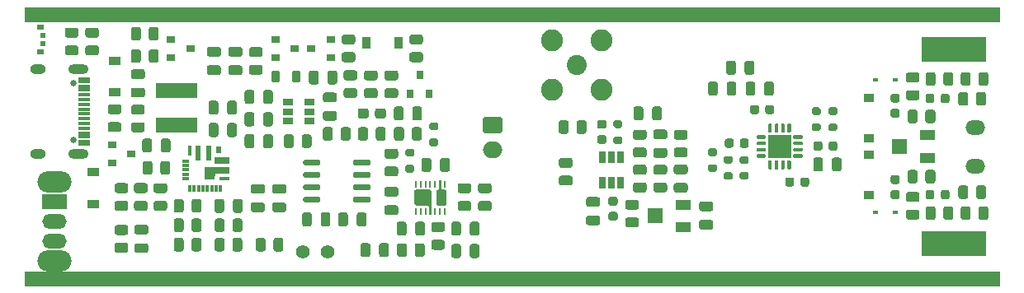
<source format=gbr>
%TF.GenerationSoftware,KiCad,Pcbnew,(5.1.9-16-g1737927814)-1*%
%TF.CreationDate,2021-08-08T16:45:24+02:00*%
%TF.ProjectId,Diffprobe,44696666-7072-46f6-9265-2e6b69636164,rev?*%
%TF.SameCoordinates,Original*%
%TF.FileFunction,Soldermask,Top*%
%TF.FilePolarity,Negative*%
%FSLAX46Y46*%
G04 Gerber Fmt 4.6, Leading zero omitted, Abs format (unit mm)*
G04 Created by KiCad (PCBNEW (5.1.9-16-g1737927814)-1) date 2021-08-08 16:45:24*
%MOMM*%
%LPD*%
G01*
G04 APERTURE LIST*
%ADD10C,0.100000*%
%ADD11O,2.000000X1.524000*%
%ADD12O,2.000000X1.700000*%
%ADD13R,1.600000X1.100000*%
%ADD14R,1.600000X1.600000*%
%ADD15R,0.600000X0.450000*%
%ADD16R,0.800000X0.900000*%
%ADD17R,0.800000X0.500000*%
%ADD18R,0.550000X0.500000*%
%ADD19R,0.900000X0.800000*%
%ADD20O,3.500000X2.200000*%
%ADD21O,2.500000X1.500000*%
%ADD22R,2.500000X1.500000*%
%ADD23R,0.900000X1.200000*%
%ADD24R,1.200000X0.900000*%
%ADD25C,2.050000*%
%ADD26C,2.250000*%
%ADD27R,4.200000X1.500000*%
%ADD28R,1.500000X0.700000*%
%ADD29R,0.300000X0.800000*%
%ADD30R,0.800000X0.300000*%
%ADD31R,0.400000X1.000000*%
%ADD32R,0.600000X1.500000*%
%ADD33R,0.600000X0.700000*%
%ADD34R,1.000000X0.300000*%
%ADD35R,1.150000X0.300000*%
%ADD36C,0.650000*%
%ADD37O,1.600000X1.000000*%
%ADD38O,2.100000X1.000000*%
%ADD39R,1.060000X0.650000*%
%ADD40R,0.250000X0.700000*%
%ADD41R,0.650000X1.220000*%
%ADD42R,2.400000X2.400000*%
%ADD43C,1.400000*%
%ADD44R,1.000000X0.850000*%
G04 APERTURE END LIST*
D10*
G36*
X178500000Y-36900000D02*
G01*
X172000000Y-36900000D01*
X172000000Y-34400000D01*
X178500000Y-34400000D01*
X178500000Y-36900000D01*
G37*
X178500000Y-36900000D02*
X172000000Y-36900000D01*
X172000000Y-34400000D01*
X178500000Y-34400000D01*
X178500000Y-36900000D01*
G36*
X178500000Y-56900000D02*
G01*
X172000000Y-56900000D01*
X172000000Y-54400000D01*
X178500000Y-54400000D01*
X178500000Y-56900000D01*
G37*
X178500000Y-56900000D02*
X172000000Y-56900000D01*
X172000000Y-54400000D01*
X178500000Y-54400000D01*
X178500000Y-56900000D01*
G36*
X180000000Y-60000000D02*
G01*
X80000000Y-60000000D01*
X80000000Y-58600000D01*
X180000000Y-58600000D01*
X180000000Y-60000000D01*
G37*
X180000000Y-60000000D02*
X80000000Y-60000000D01*
X80000000Y-58600000D01*
X180000000Y-58600000D01*
X180000000Y-60000000D01*
G36*
X180000000Y-32800000D02*
G01*
X80000000Y-32800000D01*
X80000000Y-31400000D01*
X180000000Y-31400000D01*
X180000000Y-32800000D01*
G37*
X180000000Y-32800000D02*
X80000000Y-32800000D01*
X80000000Y-31400000D01*
X180000000Y-31400000D01*
X180000000Y-32800000D01*
%TO.C,R14*%
G36*
G01*
X177600000Y-50850001D02*
X177600000Y-49949999D01*
G75*
G02*
X177849999Y-49700000I249999J0D01*
G01*
X178375001Y-49700000D01*
G75*
G02*
X178625000Y-49949999I0J-249999D01*
G01*
X178625000Y-50850001D01*
G75*
G02*
X178375001Y-51100000I-249999J0D01*
G01*
X177849999Y-51100000D01*
G75*
G02*
X177600000Y-50850001I0J249999D01*
G01*
G37*
G36*
G01*
X175775000Y-50850001D02*
X175775000Y-49949999D01*
G75*
G02*
X176024999Y-49700000I249999J0D01*
G01*
X176550001Y-49700000D01*
G75*
G02*
X176800000Y-49949999I0J-249999D01*
G01*
X176800000Y-50850001D01*
G75*
G02*
X176550001Y-51100000I-249999J0D01*
G01*
X176024999Y-51100000D01*
G75*
G02*
X175775000Y-50850001I0J249999D01*
G01*
G37*
%TD*%
%TO.C,R15*%
G36*
G01*
X177600000Y-41250001D02*
X177600000Y-40349999D01*
G75*
G02*
X177849999Y-40100000I249999J0D01*
G01*
X178375001Y-40100000D01*
G75*
G02*
X178625000Y-40349999I0J-249999D01*
G01*
X178625000Y-41250001D01*
G75*
G02*
X178375001Y-41500000I-249999J0D01*
G01*
X177849999Y-41500000D01*
G75*
G02*
X177600000Y-41250001I0J249999D01*
G01*
G37*
G36*
G01*
X175775000Y-41250001D02*
X175775000Y-40349999D01*
G75*
G02*
X176024999Y-40100000I249999J0D01*
G01*
X176550001Y-40100000D01*
G75*
G02*
X176800000Y-40349999I0J-249999D01*
G01*
X176800000Y-41250001D01*
G75*
G02*
X176550001Y-41500000I-249999J0D01*
G01*
X176024999Y-41500000D01*
G75*
G02*
X175775000Y-41250001I0J249999D01*
G01*
G37*
%TD*%
D11*
%TO.C,J2*%
X177500000Y-43740000D03*
X177500000Y-47700000D03*
%TD*%
D12*
%TO.C,BT1*%
X128000000Y-46000000D03*
G36*
G01*
X127250000Y-42650000D02*
X128750000Y-42650000D01*
G75*
G02*
X129000000Y-42900000I0J-250000D01*
G01*
X129000000Y-44100000D01*
G75*
G02*
X128750000Y-44350000I-250000J0D01*
G01*
X127250000Y-44350000D01*
G75*
G02*
X127000000Y-44100000I0J250000D01*
G01*
X127000000Y-42900000D01*
G75*
G02*
X127250000Y-42650000I250000J0D01*
G01*
G37*
%TD*%
%TO.C,C41*%
G36*
G01*
X115925000Y-42575001D02*
X115925000Y-42024999D01*
G75*
G02*
X116174999Y-41775000I249999J0D01*
G01*
X116800001Y-41775000D01*
G75*
G02*
X117050000Y-42024999I0J-249999D01*
G01*
X117050000Y-42575001D01*
G75*
G02*
X116800001Y-42825000I-249999J0D01*
G01*
X116174999Y-42825000D01*
G75*
G02*
X115925000Y-42575001I0J249999D01*
G01*
G37*
G36*
G01*
X114150000Y-42575001D02*
X114150000Y-42024999D01*
G75*
G02*
X114399999Y-41775000I249999J0D01*
G01*
X115025001Y-41775000D01*
G75*
G02*
X115275000Y-42024999I0J-249999D01*
G01*
X115275000Y-42575001D01*
G75*
G02*
X115025001Y-42825000I-249999J0D01*
G01*
X114399999Y-42825000D01*
G75*
G02*
X114150000Y-42575001I0J249999D01*
G01*
G37*
%TD*%
%TO.C,R54*%
G36*
G01*
X172400000Y-49250002D02*
X172400000Y-48349998D01*
G75*
G02*
X172649998Y-48100000I249998J0D01*
G01*
X173175002Y-48100000D01*
G75*
G02*
X173425000Y-48349998I0J-249998D01*
G01*
X173425000Y-49250002D01*
G75*
G02*
X173175002Y-49500000I-249998J0D01*
G01*
X172649998Y-49500000D01*
G75*
G02*
X172400000Y-49250002I0J249998D01*
G01*
G37*
G36*
G01*
X170575000Y-49250002D02*
X170575000Y-48349998D01*
G75*
G02*
X170824998Y-48100000I249998J0D01*
G01*
X171350002Y-48100000D01*
G75*
G02*
X171600000Y-48349998I0J-249998D01*
G01*
X171600000Y-49250002D01*
G75*
G02*
X171350002Y-49500000I-249998J0D01*
G01*
X170824998Y-49500000D01*
G75*
G02*
X170575000Y-49250002I0J249998D01*
G01*
G37*
%TD*%
D13*
%TO.C,RV2*%
X172650000Y-44550000D03*
X172650000Y-46850000D03*
D14*
X169750000Y-45700000D03*
%TD*%
D15*
%TO.C,D2*%
X169350000Y-38800000D03*
X167250000Y-38800000D03*
%TD*%
%TO.C,D1*%
X169350000Y-52500000D03*
X167250000Y-52500000D03*
%TD*%
%TO.C,R55*%
G36*
G01*
X171600000Y-42149998D02*
X171600000Y-43050002D01*
G75*
G02*
X171350002Y-43300000I-249998J0D01*
G01*
X170824998Y-43300000D01*
G75*
G02*
X170575000Y-43050002I0J249998D01*
G01*
X170575000Y-42149998D01*
G75*
G02*
X170824998Y-41900000I249998J0D01*
G01*
X171350002Y-41900000D01*
G75*
G02*
X171600000Y-42149998I0J-249998D01*
G01*
G37*
G36*
G01*
X173425000Y-42149998D02*
X173425000Y-43050002D01*
G75*
G02*
X173175002Y-43300000I-249998J0D01*
G01*
X172649998Y-43300000D01*
G75*
G02*
X172400000Y-43050002I0J249998D01*
G01*
X172400000Y-42149998D01*
G75*
G02*
X172649998Y-41900000I249998J0D01*
G01*
X173175002Y-41900000D01*
G75*
G02*
X173425000Y-42149998I0J-249998D01*
G01*
G37*
%TD*%
%TO.C,R53*%
G36*
G01*
X177850000Y-39200002D02*
X177850000Y-38299998D01*
G75*
G02*
X178099998Y-38050000I249998J0D01*
G01*
X178625002Y-38050000D01*
G75*
G02*
X178875000Y-38299998I0J-249998D01*
G01*
X178875000Y-39200002D01*
G75*
G02*
X178625002Y-39450000I-249998J0D01*
G01*
X178099998Y-39450000D01*
G75*
G02*
X177850000Y-39200002I0J249998D01*
G01*
G37*
G36*
G01*
X176025000Y-39200002D02*
X176025000Y-38299998D01*
G75*
G02*
X176274998Y-38050000I249998J0D01*
G01*
X176800002Y-38050000D01*
G75*
G02*
X177050000Y-38299998I0J-249998D01*
G01*
X177050000Y-39200002D01*
G75*
G02*
X176800002Y-39450000I-249998J0D01*
G01*
X176274998Y-39450000D01*
G75*
G02*
X176025000Y-39200002I0J249998D01*
G01*
G37*
%TD*%
%TO.C,R52*%
G36*
G01*
X177850000Y-53000002D02*
X177850000Y-52099998D01*
G75*
G02*
X178099998Y-51850000I249998J0D01*
G01*
X178625002Y-51850000D01*
G75*
G02*
X178875000Y-52099998I0J-249998D01*
G01*
X178875000Y-53000002D01*
G75*
G02*
X178625002Y-53250000I-249998J0D01*
G01*
X178099998Y-53250000D01*
G75*
G02*
X177850000Y-53000002I0J249998D01*
G01*
G37*
G36*
G01*
X176025000Y-53000002D02*
X176025000Y-52099998D01*
G75*
G02*
X176274998Y-51850000I249998J0D01*
G01*
X176800002Y-51850000D01*
G75*
G02*
X177050000Y-52099998I0J-249998D01*
G01*
X177050000Y-53000002D01*
G75*
G02*
X176800002Y-53250000I-249998J0D01*
G01*
X176274998Y-53250000D01*
G75*
G02*
X176025000Y-53000002I0J249998D01*
G01*
G37*
%TD*%
%TO.C,C46*%
G36*
G01*
X169550000Y-41175000D02*
X169050000Y-41175000D01*
G75*
G02*
X168825000Y-40950000I0J225000D01*
G01*
X168825000Y-40500000D01*
G75*
G02*
X169050000Y-40275000I225000J0D01*
G01*
X169550000Y-40275000D01*
G75*
G02*
X169775000Y-40500000I0J-225000D01*
G01*
X169775000Y-40950000D01*
G75*
G02*
X169550000Y-41175000I-225000J0D01*
G01*
G37*
G36*
G01*
X169550000Y-42725000D02*
X169050000Y-42725000D01*
G75*
G02*
X168825000Y-42500000I0J225000D01*
G01*
X168825000Y-42050000D01*
G75*
G02*
X169050000Y-41825000I225000J0D01*
G01*
X169550000Y-41825000D01*
G75*
G02*
X169775000Y-42050000I0J-225000D01*
G01*
X169775000Y-42500000D01*
G75*
G02*
X169550000Y-42725000I-225000J0D01*
G01*
G37*
%TD*%
%TO.C,C45*%
G36*
G01*
X169550000Y-49550000D02*
X169050000Y-49550000D01*
G75*
G02*
X168825000Y-49325000I0J225000D01*
G01*
X168825000Y-48875000D01*
G75*
G02*
X169050000Y-48650000I225000J0D01*
G01*
X169550000Y-48650000D01*
G75*
G02*
X169775000Y-48875000I0J-225000D01*
G01*
X169775000Y-49325000D01*
G75*
G02*
X169550000Y-49550000I-225000J0D01*
G01*
G37*
G36*
G01*
X169550000Y-51100000D02*
X169050000Y-51100000D01*
G75*
G02*
X168825000Y-50875000I0J225000D01*
G01*
X168825000Y-50425000D01*
G75*
G02*
X169050000Y-50200000I225000J0D01*
G01*
X169550000Y-50200000D01*
G75*
G02*
X169775000Y-50425000I0J-225000D01*
G01*
X169775000Y-50875000D01*
G75*
G02*
X169550000Y-51100000I-225000J0D01*
G01*
G37*
%TD*%
%TO.C,R39*%
G36*
G01*
X108400000Y-45600002D02*
X108400000Y-44699998D01*
G75*
G02*
X108649998Y-44450000I249998J0D01*
G01*
X109175002Y-44450000D01*
G75*
G02*
X109425000Y-44699998I0J-249998D01*
G01*
X109425000Y-45600002D01*
G75*
G02*
X109175002Y-45850000I-249998J0D01*
G01*
X108649998Y-45850000D01*
G75*
G02*
X108400000Y-45600002I0J249998D01*
G01*
G37*
G36*
G01*
X106575000Y-45600002D02*
X106575000Y-44699998D01*
G75*
G02*
X106824998Y-44450000I249998J0D01*
G01*
X107350002Y-44450000D01*
G75*
G02*
X107600000Y-44699998I0J-249998D01*
G01*
X107600000Y-45600002D01*
G75*
G02*
X107350002Y-45850000I-249998J0D01*
G01*
X106824998Y-45850000D01*
G75*
G02*
X106575000Y-45600002I0J249998D01*
G01*
G37*
%TD*%
%TO.C,C44*%
G36*
G01*
X110350000Y-53675000D02*
X110350000Y-52725000D01*
G75*
G02*
X110600000Y-52475000I250000J0D01*
G01*
X111100000Y-52475000D01*
G75*
G02*
X111350000Y-52725000I0J-250000D01*
G01*
X111350000Y-53675000D01*
G75*
G02*
X111100000Y-53925000I-250000J0D01*
G01*
X110600000Y-53925000D01*
G75*
G02*
X110350000Y-53675000I0J250000D01*
G01*
G37*
G36*
G01*
X108450000Y-53675000D02*
X108450000Y-52725000D01*
G75*
G02*
X108700000Y-52475000I250000J0D01*
G01*
X109200000Y-52475000D01*
G75*
G02*
X109450000Y-52725000I0J-250000D01*
G01*
X109450000Y-53675000D01*
G75*
G02*
X109200000Y-53925000I-250000J0D01*
G01*
X108700000Y-53925000D01*
G75*
G02*
X108450000Y-53675000I0J250000D01*
G01*
G37*
%TD*%
%TO.C,U6*%
G36*
G01*
X110300000Y-51005000D02*
X110300000Y-51305000D01*
G75*
G02*
X110150000Y-51455000I-150000J0D01*
G01*
X108700000Y-51455000D01*
G75*
G02*
X108550000Y-51305000I0J150000D01*
G01*
X108550000Y-51005000D01*
G75*
G02*
X108700000Y-50855000I150000J0D01*
G01*
X110150000Y-50855000D01*
G75*
G02*
X110300000Y-51005000I0J-150000D01*
G01*
G37*
G36*
G01*
X110300000Y-49735000D02*
X110300000Y-50035000D01*
G75*
G02*
X110150000Y-50185000I-150000J0D01*
G01*
X108700000Y-50185000D01*
G75*
G02*
X108550000Y-50035000I0J150000D01*
G01*
X108550000Y-49735000D01*
G75*
G02*
X108700000Y-49585000I150000J0D01*
G01*
X110150000Y-49585000D01*
G75*
G02*
X110300000Y-49735000I0J-150000D01*
G01*
G37*
G36*
G01*
X110300000Y-48465000D02*
X110300000Y-48765000D01*
G75*
G02*
X110150000Y-48915000I-150000J0D01*
G01*
X108700000Y-48915000D01*
G75*
G02*
X108550000Y-48765000I0J150000D01*
G01*
X108550000Y-48465000D01*
G75*
G02*
X108700000Y-48315000I150000J0D01*
G01*
X110150000Y-48315000D01*
G75*
G02*
X110300000Y-48465000I0J-150000D01*
G01*
G37*
G36*
G01*
X110300000Y-47195000D02*
X110300000Y-47495000D01*
G75*
G02*
X110150000Y-47645000I-150000J0D01*
G01*
X108700000Y-47645000D01*
G75*
G02*
X108550000Y-47495000I0J150000D01*
G01*
X108550000Y-47195000D01*
G75*
G02*
X108700000Y-47045000I150000J0D01*
G01*
X110150000Y-47045000D01*
G75*
G02*
X110300000Y-47195000I0J-150000D01*
G01*
G37*
G36*
G01*
X115450000Y-47195000D02*
X115450000Y-47495000D01*
G75*
G02*
X115300000Y-47645000I-150000J0D01*
G01*
X113850000Y-47645000D01*
G75*
G02*
X113700000Y-47495000I0J150000D01*
G01*
X113700000Y-47195000D01*
G75*
G02*
X113850000Y-47045000I150000J0D01*
G01*
X115300000Y-47045000D01*
G75*
G02*
X115450000Y-47195000I0J-150000D01*
G01*
G37*
G36*
G01*
X115450000Y-48465000D02*
X115450000Y-48765000D01*
G75*
G02*
X115300000Y-48915000I-150000J0D01*
G01*
X113850000Y-48915000D01*
G75*
G02*
X113700000Y-48765000I0J150000D01*
G01*
X113700000Y-48465000D01*
G75*
G02*
X113850000Y-48315000I150000J0D01*
G01*
X115300000Y-48315000D01*
G75*
G02*
X115450000Y-48465000I0J-150000D01*
G01*
G37*
G36*
G01*
X115450000Y-49735000D02*
X115450000Y-50035000D01*
G75*
G02*
X115300000Y-50185000I-150000J0D01*
G01*
X113850000Y-50185000D01*
G75*
G02*
X113700000Y-50035000I0J150000D01*
G01*
X113700000Y-49735000D01*
G75*
G02*
X113850000Y-49585000I150000J0D01*
G01*
X115300000Y-49585000D01*
G75*
G02*
X115450000Y-49735000I0J-150000D01*
G01*
G37*
G36*
G01*
X115450000Y-51005000D02*
X115450000Y-51305000D01*
G75*
G02*
X115300000Y-51455000I-150000J0D01*
G01*
X113850000Y-51455000D01*
G75*
G02*
X113700000Y-51305000I0J150000D01*
G01*
X113700000Y-51005000D01*
G75*
G02*
X113850000Y-50855000I150000J0D01*
G01*
X115300000Y-50855000D01*
G75*
G02*
X115450000Y-51005000I0J-150000D01*
G01*
G37*
%TD*%
%TO.C,R51*%
G36*
G01*
X119699998Y-36000000D02*
X120600002Y-36000000D01*
G75*
G02*
X120850000Y-36249998I0J-249998D01*
G01*
X120850000Y-36775002D01*
G75*
G02*
X120600002Y-37025000I-249998J0D01*
G01*
X119699998Y-37025000D01*
G75*
G02*
X119450000Y-36775002I0J249998D01*
G01*
X119450000Y-36249998D01*
G75*
G02*
X119699998Y-36000000I249998J0D01*
G01*
G37*
G36*
G01*
X119699998Y-34175000D02*
X120600002Y-34175000D01*
G75*
G02*
X120850000Y-34424998I0J-249998D01*
G01*
X120850000Y-34950002D01*
G75*
G02*
X120600002Y-35200000I-249998J0D01*
G01*
X119699998Y-35200000D01*
G75*
G02*
X119450000Y-34950002I0J249998D01*
G01*
X119450000Y-34424998D01*
G75*
G02*
X119699998Y-34175000I249998J0D01*
G01*
G37*
%TD*%
%TO.C,R50*%
G36*
G01*
X116000000Y-44850002D02*
X116000000Y-43949998D01*
G75*
G02*
X116249998Y-43700000I249998J0D01*
G01*
X116775002Y-43700000D01*
G75*
G02*
X117025000Y-43949998I0J-249998D01*
G01*
X117025000Y-44850002D01*
G75*
G02*
X116775002Y-45100000I-249998J0D01*
G01*
X116249998Y-45100000D01*
G75*
G02*
X116000000Y-44850002I0J249998D01*
G01*
G37*
G36*
G01*
X114175000Y-44850002D02*
X114175000Y-43949998D01*
G75*
G02*
X114424998Y-43700000I249998J0D01*
G01*
X114950002Y-43700000D01*
G75*
G02*
X115200000Y-43949998I0J-249998D01*
G01*
X115200000Y-44850002D01*
G75*
G02*
X114950002Y-45100000I-249998J0D01*
G01*
X114424998Y-45100000D01*
G75*
G02*
X114175000Y-44850002I0J249998D01*
G01*
G37*
%TD*%
%TO.C,R49*%
G36*
G01*
X115049998Y-39700000D02*
X115950002Y-39700000D01*
G75*
G02*
X116200000Y-39949998I0J-249998D01*
G01*
X116200000Y-40475002D01*
G75*
G02*
X115950002Y-40725000I-249998J0D01*
G01*
X115049998Y-40725000D01*
G75*
G02*
X114800000Y-40475002I0J249998D01*
G01*
X114800000Y-39949998D01*
G75*
G02*
X115049998Y-39700000I249998J0D01*
G01*
G37*
G36*
G01*
X115049998Y-37875000D02*
X115950002Y-37875000D01*
G75*
G02*
X116200000Y-38124998I0J-249998D01*
G01*
X116200000Y-38650002D01*
G75*
G02*
X115950002Y-38900000I-249998J0D01*
G01*
X115049998Y-38900000D01*
G75*
G02*
X114800000Y-38650002I0J249998D01*
G01*
X114800000Y-38124998D01*
G75*
G02*
X115049998Y-37875000I249998J0D01*
G01*
G37*
%TD*%
%TO.C,R48*%
G36*
G01*
X117149998Y-37875000D02*
X118050002Y-37875000D01*
G75*
G02*
X118300000Y-38124998I0J-249998D01*
G01*
X118300000Y-38650002D01*
G75*
G02*
X118050002Y-38900000I-249998J0D01*
G01*
X117149998Y-38900000D01*
G75*
G02*
X116900000Y-38650002I0J249998D01*
G01*
X116900000Y-38124998D01*
G75*
G02*
X117149998Y-37875000I249998J0D01*
G01*
G37*
G36*
G01*
X117149998Y-39700000D02*
X118050002Y-39700000D01*
G75*
G02*
X118300000Y-39949998I0J-249998D01*
G01*
X118300000Y-40475002D01*
G75*
G02*
X118050002Y-40725000I-249998J0D01*
G01*
X117149998Y-40725000D01*
G75*
G02*
X116900000Y-40475002I0J249998D01*
G01*
X116900000Y-39949998D01*
G75*
G02*
X117149998Y-39700000I249998J0D01*
G01*
G37*
%TD*%
%TO.C,R47*%
G36*
G01*
X113850002Y-40712500D02*
X112949998Y-40712500D01*
G75*
G02*
X112700000Y-40462502I0J249998D01*
G01*
X112700000Y-39937498D01*
G75*
G02*
X112949998Y-39687500I249998J0D01*
G01*
X113850002Y-39687500D01*
G75*
G02*
X114100000Y-39937498I0J-249998D01*
G01*
X114100000Y-40462502D01*
G75*
G02*
X113850002Y-40712500I-249998J0D01*
G01*
G37*
G36*
G01*
X113850002Y-38887500D02*
X112949998Y-38887500D01*
G75*
G02*
X112700000Y-38637502I0J249998D01*
G01*
X112700000Y-38112498D01*
G75*
G02*
X112949998Y-37862500I249998J0D01*
G01*
X113850002Y-37862500D01*
G75*
G02*
X114100000Y-38112498I0J-249998D01*
G01*
X114100000Y-38637502D01*
G75*
G02*
X113850002Y-38887500I-249998J0D01*
G01*
G37*
%TD*%
%TO.C,R46*%
G36*
G01*
X113425000Y-43949998D02*
X113425000Y-44850002D01*
G75*
G02*
X113175002Y-45100000I-249998J0D01*
G01*
X112649998Y-45100000D01*
G75*
G02*
X112400000Y-44850002I0J249998D01*
G01*
X112400000Y-43949998D01*
G75*
G02*
X112649998Y-43700000I249998J0D01*
G01*
X113175002Y-43700000D01*
G75*
G02*
X113425000Y-43949998I0J-249998D01*
G01*
G37*
G36*
G01*
X111600000Y-43949998D02*
X111600000Y-44850002D01*
G75*
G02*
X111350002Y-45100000I-249998J0D01*
G01*
X110824998Y-45100000D01*
G75*
G02*
X110575000Y-44850002I0J249998D01*
G01*
X110575000Y-43949998D01*
G75*
G02*
X110824998Y-43700000I249998J0D01*
G01*
X111350002Y-43700000D01*
G75*
G02*
X111600000Y-43949998I0J-249998D01*
G01*
G37*
%TD*%
%TO.C,R45*%
G36*
G01*
X119700000Y-44850002D02*
X119700000Y-43949998D01*
G75*
G02*
X119949998Y-43700000I249998J0D01*
G01*
X120475002Y-43700000D01*
G75*
G02*
X120725000Y-43949998I0J-249998D01*
G01*
X120725000Y-44850002D01*
G75*
G02*
X120475002Y-45100000I-249998J0D01*
G01*
X119949998Y-45100000D01*
G75*
G02*
X119700000Y-44850002I0J249998D01*
G01*
G37*
G36*
G01*
X117875000Y-44850002D02*
X117875000Y-43949998D01*
G75*
G02*
X118124998Y-43700000I249998J0D01*
G01*
X118650002Y-43700000D01*
G75*
G02*
X118900000Y-43949998I0J-249998D01*
G01*
X118900000Y-44850002D01*
G75*
G02*
X118650002Y-45100000I-249998J0D01*
G01*
X118124998Y-45100000D01*
G75*
G02*
X117875000Y-44850002I0J249998D01*
G01*
G37*
%TD*%
%TO.C,R44*%
G36*
G01*
X118050002Y-46950000D02*
X117149998Y-46950000D01*
G75*
G02*
X116900000Y-46700002I0J249998D01*
G01*
X116900000Y-46174998D01*
G75*
G02*
X117149998Y-45925000I249998J0D01*
G01*
X118050002Y-45925000D01*
G75*
G02*
X118300000Y-46174998I0J-249998D01*
G01*
X118300000Y-46700002D01*
G75*
G02*
X118050002Y-46950000I-249998J0D01*
G01*
G37*
G36*
G01*
X118050002Y-48775000D02*
X117149998Y-48775000D01*
G75*
G02*
X116900000Y-48525002I0J249998D01*
G01*
X116900000Y-47999998D01*
G75*
G02*
X117149998Y-47750000I249998J0D01*
G01*
X118050002Y-47750000D01*
G75*
G02*
X118300000Y-47999998I0J-249998D01*
G01*
X118300000Y-48525002D01*
G75*
G02*
X118050002Y-48775000I-249998J0D01*
G01*
G37*
%TD*%
%TO.C,R23*%
G36*
G01*
X92700000Y-34550002D02*
X92700000Y-33649998D01*
G75*
G02*
X92949998Y-33400000I249998J0D01*
G01*
X93475002Y-33400000D01*
G75*
G02*
X93725000Y-33649998I0J-249998D01*
G01*
X93725000Y-34550002D01*
G75*
G02*
X93475002Y-34800000I-249998J0D01*
G01*
X92949998Y-34800000D01*
G75*
G02*
X92700000Y-34550002I0J249998D01*
G01*
G37*
G36*
G01*
X90875000Y-34550002D02*
X90875000Y-33649998D01*
G75*
G02*
X91124998Y-33400000I249998J0D01*
G01*
X91650002Y-33400000D01*
G75*
G02*
X91900000Y-33649998I0J-249998D01*
G01*
X91900000Y-34550002D01*
G75*
G02*
X91650002Y-34800000I-249998J0D01*
G01*
X91124998Y-34800000D01*
G75*
G02*
X90875000Y-34550002I0J249998D01*
G01*
G37*
%TD*%
D16*
%TO.C,Q5*%
X120500000Y-38300000D03*
X121450000Y-40300000D03*
X119550000Y-40300000D03*
%TD*%
%TO.C,C43*%
G36*
G01*
X113150000Y-52725000D02*
X113150000Y-53675000D01*
G75*
G02*
X112900000Y-53925000I-250000J0D01*
G01*
X112400000Y-53925000D01*
G75*
G02*
X112150000Y-53675000I0J250000D01*
G01*
X112150000Y-52725000D01*
G75*
G02*
X112400000Y-52475000I250000J0D01*
G01*
X112900000Y-52475000D01*
G75*
G02*
X113150000Y-52725000I0J-250000D01*
G01*
G37*
G36*
G01*
X115050000Y-52725000D02*
X115050000Y-53675000D01*
G75*
G02*
X114800000Y-53925000I-250000J0D01*
G01*
X114300000Y-53925000D01*
G75*
G02*
X114050000Y-53675000I0J250000D01*
G01*
X114050000Y-52725000D01*
G75*
G02*
X114300000Y-52475000I250000J0D01*
G01*
X114800000Y-52475000D01*
G75*
G02*
X115050000Y-52725000I0J-250000D01*
G01*
G37*
%TD*%
%TO.C,C42*%
G36*
G01*
X119750000Y-42775000D02*
X119750000Y-41825000D01*
G75*
G02*
X120000000Y-41575000I250000J0D01*
G01*
X120500000Y-41575000D01*
G75*
G02*
X120750000Y-41825000I0J-250000D01*
G01*
X120750000Y-42775000D01*
G75*
G02*
X120500000Y-43025000I-250000J0D01*
G01*
X120000000Y-43025000D01*
G75*
G02*
X119750000Y-42775000I0J250000D01*
G01*
G37*
G36*
G01*
X117850000Y-42775000D02*
X117850000Y-41825000D01*
G75*
G02*
X118100000Y-41575000I250000J0D01*
G01*
X118600000Y-41575000D01*
G75*
G02*
X118850000Y-41825000I0J-250000D01*
G01*
X118850000Y-42775000D01*
G75*
G02*
X118600000Y-43025000I-250000J0D01*
G01*
X118100000Y-43025000D01*
G75*
G02*
X117850000Y-42775000I0J250000D01*
G01*
G37*
%TD*%
%TO.C,R30*%
G36*
G01*
X101300000Y-54250002D02*
X101300000Y-53349998D01*
G75*
G02*
X101549998Y-53100000I249998J0D01*
G01*
X102075002Y-53100000D01*
G75*
G02*
X102325000Y-53349998I0J-249998D01*
G01*
X102325000Y-54250002D01*
G75*
G02*
X102075002Y-54500000I-249998J0D01*
G01*
X101549998Y-54500000D01*
G75*
G02*
X101300000Y-54250002I0J249998D01*
G01*
G37*
G36*
G01*
X99475000Y-54250002D02*
X99475000Y-53349998D01*
G75*
G02*
X99724998Y-53100000I249998J0D01*
G01*
X100250002Y-53100000D01*
G75*
G02*
X100500000Y-53349998I0J-249998D01*
G01*
X100500000Y-54250002D01*
G75*
G02*
X100250002Y-54500000I-249998J0D01*
G01*
X99724998Y-54500000D01*
G75*
G02*
X99475000Y-54250002I0J249998D01*
G01*
G37*
%TD*%
%TO.C,R22*%
G36*
G01*
X84349998Y-35300000D02*
X85250002Y-35300000D01*
G75*
G02*
X85500000Y-35549998I0J-249998D01*
G01*
X85500000Y-36075002D01*
G75*
G02*
X85250002Y-36325000I-249998J0D01*
G01*
X84349998Y-36325000D01*
G75*
G02*
X84100000Y-36075002I0J249998D01*
G01*
X84100000Y-35549998D01*
G75*
G02*
X84349998Y-35300000I249998J0D01*
G01*
G37*
G36*
G01*
X84349998Y-33475000D02*
X85250002Y-33475000D01*
G75*
G02*
X85500000Y-33724998I0J-249998D01*
G01*
X85500000Y-34250002D01*
G75*
G02*
X85250002Y-34500000I-249998J0D01*
G01*
X84349998Y-34500000D01*
G75*
G02*
X84100000Y-34250002I0J249998D01*
G01*
X84100000Y-33724998D01*
G75*
G02*
X84349998Y-33475000I249998J0D01*
G01*
G37*
%TD*%
D17*
%TO.C,D3*%
X81600000Y-36000000D03*
D18*
X81875000Y-35100000D03*
X81875000Y-34300000D03*
D17*
X81600000Y-33400000D03*
%TD*%
D19*
%TO.C,Q2*%
X109400000Y-35600000D03*
X111400000Y-34650000D03*
X111400000Y-36550000D03*
%TD*%
D20*
%TO.C,SW1*%
X83000000Y-57500000D03*
X83000000Y-49300000D03*
D21*
X83000000Y-55400000D03*
X83000000Y-53400000D03*
D22*
X83000000Y-51400000D03*
%TD*%
%TO.C,R43*%
G36*
G01*
X93900000Y-48350002D02*
X93900000Y-47449998D01*
G75*
G02*
X94149998Y-47200000I249998J0D01*
G01*
X94675002Y-47200000D01*
G75*
G02*
X94925000Y-47449998I0J-249998D01*
G01*
X94925000Y-48350002D01*
G75*
G02*
X94675002Y-48600000I-249998J0D01*
G01*
X94149998Y-48600000D01*
G75*
G02*
X93900000Y-48350002I0J249998D01*
G01*
G37*
G36*
G01*
X92075000Y-48350002D02*
X92075000Y-47449998D01*
G75*
G02*
X92324998Y-47200000I249998J0D01*
G01*
X92850002Y-47200000D01*
G75*
G02*
X93100000Y-47449998I0J-249998D01*
G01*
X93100000Y-48350002D01*
G75*
G02*
X92850002Y-48600000I-249998J0D01*
G01*
X92324998Y-48600000D01*
G75*
G02*
X92075000Y-48350002I0J249998D01*
G01*
G37*
%TD*%
%TO.C,R42*%
G36*
G01*
X89650002Y-42387500D02*
X88749998Y-42387500D01*
G75*
G02*
X88500000Y-42137502I0J249998D01*
G01*
X88500000Y-41612498D01*
G75*
G02*
X88749998Y-41362500I249998J0D01*
G01*
X89650002Y-41362500D01*
G75*
G02*
X89900000Y-41612498I0J-249998D01*
G01*
X89900000Y-42137502D01*
G75*
G02*
X89650002Y-42387500I-249998J0D01*
G01*
G37*
G36*
G01*
X89650002Y-44212500D02*
X88749998Y-44212500D01*
G75*
G02*
X88500000Y-43962502I0J249998D01*
G01*
X88500000Y-43437498D01*
G75*
G02*
X88749998Y-43187500I249998J0D01*
G01*
X89650002Y-43187500D01*
G75*
G02*
X89900000Y-43437498I0J-249998D01*
G01*
X89900000Y-43962502D01*
G75*
G02*
X89650002Y-44212500I-249998J0D01*
G01*
G37*
%TD*%
%TO.C,R41*%
G36*
G01*
X112749998Y-36000000D02*
X113650002Y-36000000D01*
G75*
G02*
X113900000Y-36249998I0J-249998D01*
G01*
X113900000Y-36775002D01*
G75*
G02*
X113650002Y-37025000I-249998J0D01*
G01*
X112749998Y-37025000D01*
G75*
G02*
X112500000Y-36775002I0J249998D01*
G01*
X112500000Y-36249998D01*
G75*
G02*
X112749998Y-36000000I249998J0D01*
G01*
G37*
G36*
G01*
X112749998Y-34175000D02*
X113650002Y-34175000D01*
G75*
G02*
X113900000Y-34424998I0J-249998D01*
G01*
X113900000Y-34950002D01*
G75*
G02*
X113650002Y-35200000I-249998J0D01*
G01*
X112749998Y-35200000D01*
G75*
G02*
X112500000Y-34950002I0J249998D01*
G01*
X112500000Y-34424998D01*
G75*
G02*
X112749998Y-34175000I249998J0D01*
G01*
G37*
%TD*%
%TO.C,R17*%
G36*
G01*
X103249998Y-37300000D02*
X104150002Y-37300000D01*
G75*
G02*
X104400000Y-37549998I0J-249998D01*
G01*
X104400000Y-38075002D01*
G75*
G02*
X104150002Y-38325000I-249998J0D01*
G01*
X103249998Y-38325000D01*
G75*
G02*
X103000000Y-38075002I0J249998D01*
G01*
X103000000Y-37549998D01*
G75*
G02*
X103249998Y-37300000I249998J0D01*
G01*
G37*
G36*
G01*
X103249998Y-35475000D02*
X104150002Y-35475000D01*
G75*
G02*
X104400000Y-35724998I0J-249998D01*
G01*
X104400000Y-36250002D01*
G75*
G02*
X104150002Y-36500000I-249998J0D01*
G01*
X103249998Y-36500000D01*
G75*
G02*
X103000000Y-36250002I0J249998D01*
G01*
X103000000Y-35724998D01*
G75*
G02*
X103249998Y-35475000I249998J0D01*
G01*
G37*
%TD*%
%TO.C,R16*%
G36*
G01*
X91900000Y-35949998D02*
X91900000Y-36850002D01*
G75*
G02*
X91650002Y-37100000I-249998J0D01*
G01*
X91124998Y-37100000D01*
G75*
G02*
X90875000Y-36850002I0J249998D01*
G01*
X90875000Y-35949998D01*
G75*
G02*
X91124998Y-35700000I249998J0D01*
G01*
X91650002Y-35700000D01*
G75*
G02*
X91900000Y-35949998I0J-249998D01*
G01*
G37*
G36*
G01*
X93725000Y-35949998D02*
X93725000Y-36850002D01*
G75*
G02*
X93475002Y-37100000I-249998J0D01*
G01*
X92949998Y-37100000D01*
G75*
G02*
X92700000Y-36850002I0J249998D01*
G01*
X92700000Y-35949998D01*
G75*
G02*
X92949998Y-35700000I249998J0D01*
G01*
X93475002Y-35700000D01*
G75*
G02*
X93725000Y-35949998I0J-249998D01*
G01*
G37*
%TD*%
D19*
%TO.C,Q4*%
X90950000Y-46450000D03*
X88950000Y-47400000D03*
X88950000Y-45500000D03*
%TD*%
%TO.C,Q3*%
X107700000Y-35600000D03*
X105700000Y-36550000D03*
X105700000Y-34650000D03*
%TD*%
%TO.C,Q1*%
X97000000Y-35600000D03*
X95000000Y-36550000D03*
X95000000Y-34650000D03*
%TD*%
D23*
%TO.C,D6*%
X118350000Y-35000000D03*
X115050000Y-35000000D03*
%TD*%
D24*
%TO.C,D5*%
X89200000Y-36850000D03*
X89200000Y-40150000D03*
%TD*%
%TO.C,D4*%
X87000000Y-51650000D03*
X87000000Y-48350000D03*
%TD*%
%TO.C,C40*%
G36*
G01*
X153850000Y-38075000D02*
X153850000Y-37125000D01*
G75*
G02*
X154100000Y-36875000I250000J0D01*
G01*
X154600000Y-36875000D01*
G75*
G02*
X154850000Y-37125000I0J-250000D01*
G01*
X154850000Y-38075000D01*
G75*
G02*
X154600000Y-38325000I-250000J0D01*
G01*
X154100000Y-38325000D01*
G75*
G02*
X153850000Y-38075000I0J250000D01*
G01*
G37*
G36*
G01*
X151950000Y-38075000D02*
X151950000Y-37125000D01*
G75*
G02*
X152200000Y-36875000I250000J0D01*
G01*
X152700000Y-36875000D01*
G75*
G02*
X152950000Y-37125000I0J-250000D01*
G01*
X152950000Y-38075000D01*
G75*
G02*
X152700000Y-38325000I-250000J0D01*
G01*
X152200000Y-38325000D01*
G75*
G02*
X151950000Y-38075000I0J250000D01*
G01*
G37*
%TD*%
%TO.C,C39*%
G36*
G01*
X150375000Y-52350000D02*
X149425000Y-52350000D01*
G75*
G02*
X149175000Y-52100000I0J250000D01*
G01*
X149175000Y-51600000D01*
G75*
G02*
X149425000Y-51350000I250000J0D01*
G01*
X150375000Y-51350000D01*
G75*
G02*
X150625000Y-51600000I0J-250000D01*
G01*
X150625000Y-52100000D01*
G75*
G02*
X150375000Y-52350000I-250000J0D01*
G01*
G37*
G36*
G01*
X150375000Y-54250000D02*
X149425000Y-54250000D01*
G75*
G02*
X149175000Y-54000000I0J250000D01*
G01*
X149175000Y-53500000D01*
G75*
G02*
X149425000Y-53250000I250000J0D01*
G01*
X150375000Y-53250000D01*
G75*
G02*
X150625000Y-53500000I0J-250000D01*
G01*
X150625000Y-54000000D01*
G75*
G02*
X150375000Y-54250000I-250000J0D01*
G01*
G37*
%TD*%
D25*
%TO.C,J1*%
X136600000Y-37300000D03*
D26*
X139140000Y-34760000D03*
X134060000Y-34760000D03*
X134060000Y-39840000D03*
X139140000Y-39840000D03*
%TD*%
%TO.C,C38*%
G36*
G01*
X162625000Y-43325000D02*
X163175000Y-43325000D01*
G75*
G02*
X163375000Y-43525000I0J-200000D01*
G01*
X163375000Y-43925000D01*
G75*
G02*
X163175000Y-44125000I-200000J0D01*
G01*
X162625000Y-44125000D01*
G75*
G02*
X162425000Y-43925000I0J200000D01*
G01*
X162425000Y-43525000D01*
G75*
G02*
X162625000Y-43325000I200000J0D01*
G01*
G37*
G36*
G01*
X162625000Y-41675000D02*
X163175000Y-41675000D01*
G75*
G02*
X163375000Y-41875000I0J-200000D01*
G01*
X163375000Y-42275000D01*
G75*
G02*
X163175000Y-42475000I-200000J0D01*
G01*
X162625000Y-42475000D01*
G75*
G02*
X162425000Y-42275000I0J200000D01*
G01*
X162425000Y-41875000D01*
G75*
G02*
X162625000Y-41675000I200000J0D01*
G01*
G37*
%TD*%
%TO.C,C37*%
G36*
G01*
X151875000Y-48325000D02*
X152425000Y-48325000D01*
G75*
G02*
X152625000Y-48525000I0J-200000D01*
G01*
X152625000Y-48925000D01*
G75*
G02*
X152425000Y-49125000I-200000J0D01*
G01*
X151875000Y-49125000D01*
G75*
G02*
X151675000Y-48925000I0J200000D01*
G01*
X151675000Y-48525000D01*
G75*
G02*
X151875000Y-48325000I200000J0D01*
G01*
G37*
G36*
G01*
X151875000Y-46675000D02*
X152425000Y-46675000D01*
G75*
G02*
X152625000Y-46875000I0J-200000D01*
G01*
X152625000Y-47275000D01*
G75*
G02*
X152425000Y-47475000I-200000J0D01*
G01*
X151875000Y-47475000D01*
G75*
G02*
X151675000Y-47275000I0J200000D01*
G01*
X151675000Y-46875000D01*
G75*
G02*
X151875000Y-46675000I200000J0D01*
G01*
G37*
%TD*%
%TO.C,R3*%
G36*
G01*
X160925000Y-43325000D02*
X161475000Y-43325000D01*
G75*
G02*
X161675000Y-43525000I0J-200000D01*
G01*
X161675000Y-43925000D01*
G75*
G02*
X161475000Y-44125000I-200000J0D01*
G01*
X160925000Y-44125000D01*
G75*
G02*
X160725000Y-43925000I0J200000D01*
G01*
X160725000Y-43525000D01*
G75*
G02*
X160925000Y-43325000I200000J0D01*
G01*
G37*
G36*
G01*
X160925000Y-41675000D02*
X161475000Y-41675000D01*
G75*
G02*
X161675000Y-41875000I0J-200000D01*
G01*
X161675000Y-42275000D01*
G75*
G02*
X161475000Y-42475000I-200000J0D01*
G01*
X160925000Y-42475000D01*
G75*
G02*
X160725000Y-42275000I0J200000D01*
G01*
X160725000Y-41875000D01*
G75*
G02*
X160925000Y-41675000I200000J0D01*
G01*
G37*
%TD*%
%TO.C,R2*%
G36*
G01*
X150825000Y-46675000D02*
X150275000Y-46675000D01*
G75*
G02*
X150075000Y-46475000I0J200000D01*
G01*
X150075000Y-46075000D01*
G75*
G02*
X150275000Y-45875000I200000J0D01*
G01*
X150825000Y-45875000D01*
G75*
G02*
X151025000Y-46075000I0J-200000D01*
G01*
X151025000Y-46475000D01*
G75*
G02*
X150825000Y-46675000I-200000J0D01*
G01*
G37*
G36*
G01*
X150825000Y-48325000D02*
X150275000Y-48325000D01*
G75*
G02*
X150075000Y-48125000I0J200000D01*
G01*
X150075000Y-47725000D01*
G75*
G02*
X150275000Y-47525000I200000J0D01*
G01*
X150825000Y-47525000D01*
G75*
G02*
X151025000Y-47725000I0J-200000D01*
G01*
X151025000Y-48125000D01*
G75*
G02*
X150825000Y-48325000I-200000J0D01*
G01*
G37*
%TD*%
%TO.C,R1*%
G36*
G01*
X153525000Y-48325000D02*
X154075000Y-48325000D01*
G75*
G02*
X154275000Y-48525000I0J-200000D01*
G01*
X154275000Y-48925000D01*
G75*
G02*
X154075000Y-49125000I-200000J0D01*
G01*
X153525000Y-49125000D01*
G75*
G02*
X153325000Y-48925000I0J200000D01*
G01*
X153325000Y-48525000D01*
G75*
G02*
X153525000Y-48325000I200000J0D01*
G01*
G37*
G36*
G01*
X153525000Y-46675000D02*
X154075000Y-46675000D01*
G75*
G02*
X154275000Y-46875000I0J-200000D01*
G01*
X154275000Y-47275000D01*
G75*
G02*
X154075000Y-47475000I-200000J0D01*
G01*
X153525000Y-47475000D01*
G75*
G02*
X153325000Y-47275000I0J200000D01*
G01*
X153325000Y-46875000D01*
G75*
G02*
X153525000Y-46675000I200000J0D01*
G01*
G37*
%TD*%
D13*
%TO.C,RV1*%
X147550000Y-51700000D03*
X147550000Y-54000000D03*
D14*
X144650000Y-52850000D03*
%TD*%
%TO.C,C36*%
G36*
G01*
X109150000Y-39075000D02*
X109150000Y-38125000D01*
G75*
G02*
X109400000Y-37875000I250000J0D01*
G01*
X109900000Y-37875000D01*
G75*
G02*
X110150000Y-38125000I0J-250000D01*
G01*
X110150000Y-39075000D01*
G75*
G02*
X109900000Y-39325000I-250000J0D01*
G01*
X109400000Y-39325000D01*
G75*
G02*
X109150000Y-39075000I0J250000D01*
G01*
G37*
G36*
G01*
X111050000Y-39075000D02*
X111050000Y-38125000D01*
G75*
G02*
X111300000Y-37875000I250000J0D01*
G01*
X111800000Y-37875000D01*
G75*
G02*
X112050000Y-38125000I0J-250000D01*
G01*
X112050000Y-39075000D01*
G75*
G02*
X111800000Y-39325000I-250000J0D01*
G01*
X111300000Y-39325000D01*
G75*
G02*
X111050000Y-39075000I0J250000D01*
G01*
G37*
%TD*%
%TO.C,C35*%
G36*
G01*
X116350000Y-56825000D02*
X116350000Y-55875000D01*
G75*
G02*
X116600000Y-55625000I250000J0D01*
G01*
X117100000Y-55625000D01*
G75*
G02*
X117350000Y-55875000I0J-250000D01*
G01*
X117350000Y-56825000D01*
G75*
G02*
X117100000Y-57075000I-250000J0D01*
G01*
X116600000Y-57075000D01*
G75*
G02*
X116350000Y-56825000I0J250000D01*
G01*
G37*
G36*
G01*
X114450000Y-56825000D02*
X114450000Y-55875000D01*
G75*
G02*
X114700000Y-55625000I250000J0D01*
G01*
X115200000Y-55625000D01*
G75*
G02*
X115450000Y-55875000I0J-250000D01*
G01*
X115450000Y-56825000D01*
G75*
G02*
X115200000Y-57075000I-250000J0D01*
G01*
X114700000Y-57075000D01*
G75*
G02*
X114450000Y-56825000I0J250000D01*
G01*
G37*
%TD*%
%TO.C,C22*%
G36*
G01*
X158925000Y-49100000D02*
X158925000Y-49600000D01*
G75*
G02*
X158700000Y-49825000I-225000J0D01*
G01*
X158250000Y-49825000D01*
G75*
G02*
X158025000Y-49600000I0J225000D01*
G01*
X158025000Y-49100000D01*
G75*
G02*
X158250000Y-48875000I225000J0D01*
G01*
X158700000Y-48875000D01*
G75*
G02*
X158925000Y-49100000I0J-225000D01*
G01*
G37*
G36*
G01*
X160475000Y-49100000D02*
X160475000Y-49600000D01*
G75*
G02*
X160250000Y-49825000I-225000J0D01*
G01*
X159800000Y-49825000D01*
G75*
G02*
X159575000Y-49600000I0J225000D01*
G01*
X159575000Y-49100000D01*
G75*
G02*
X159800000Y-48875000I225000J0D01*
G01*
X160250000Y-48875000D01*
G75*
G02*
X160475000Y-49100000I0J-225000D01*
G01*
G37*
%TD*%
%TO.C,C7*%
G36*
G01*
X162475000Y-45900000D02*
X162475000Y-45400000D01*
G75*
G02*
X162700000Y-45175000I225000J0D01*
G01*
X163150000Y-45175000D01*
G75*
G02*
X163375000Y-45400000I0J-225000D01*
G01*
X163375000Y-45900000D01*
G75*
G02*
X163150000Y-46125000I-225000J0D01*
G01*
X162700000Y-46125000D01*
G75*
G02*
X162475000Y-45900000I0J225000D01*
G01*
G37*
G36*
G01*
X160925000Y-45900000D02*
X160925000Y-45400000D01*
G75*
G02*
X161150000Y-45175000I225000J0D01*
G01*
X161600000Y-45175000D01*
G75*
G02*
X161825000Y-45400000I0J-225000D01*
G01*
X161825000Y-45900000D01*
G75*
G02*
X161600000Y-46125000I-225000J0D01*
G01*
X161150000Y-46125000D01*
G75*
G02*
X160925000Y-45900000I0J225000D01*
G01*
G37*
%TD*%
%TO.C,C2*%
G36*
G01*
X155975000Y-42150000D02*
X155975000Y-41650000D01*
G75*
G02*
X156200000Y-41425000I225000J0D01*
G01*
X156650000Y-41425000D01*
G75*
G02*
X156875000Y-41650000I0J-225000D01*
G01*
X156875000Y-42150000D01*
G75*
G02*
X156650000Y-42375000I-225000J0D01*
G01*
X156200000Y-42375000D01*
G75*
G02*
X155975000Y-42150000I0J225000D01*
G01*
G37*
G36*
G01*
X154425000Y-42150000D02*
X154425000Y-41650000D01*
G75*
G02*
X154650000Y-41425000I225000J0D01*
G01*
X155100000Y-41425000D01*
G75*
G02*
X155325000Y-41650000I0J-225000D01*
G01*
X155325000Y-42150000D01*
G75*
G02*
X155100000Y-42375000I-225000J0D01*
G01*
X154650000Y-42375000D01*
G75*
G02*
X154425000Y-42150000I0J225000D01*
G01*
G37*
%TD*%
%TO.C,C1*%
G36*
G01*
X152725000Y-45100000D02*
X152725000Y-45600000D01*
G75*
G02*
X152500000Y-45825000I-225000J0D01*
G01*
X152050000Y-45825000D01*
G75*
G02*
X151825000Y-45600000I0J225000D01*
G01*
X151825000Y-45100000D01*
G75*
G02*
X152050000Y-44875000I225000J0D01*
G01*
X152500000Y-44875000D01*
G75*
G02*
X152725000Y-45100000I0J-225000D01*
G01*
G37*
G36*
G01*
X154275000Y-45100000D02*
X154275000Y-45600000D01*
G75*
G02*
X154050000Y-45825000I-225000J0D01*
G01*
X153600000Y-45825000D01*
G75*
G02*
X153375000Y-45600000I0J225000D01*
G01*
X153375000Y-45100000D01*
G75*
G02*
X153600000Y-44875000I225000J0D01*
G01*
X154050000Y-44875000D01*
G75*
G02*
X154275000Y-45100000I0J-225000D01*
G01*
G37*
%TD*%
D27*
%TO.C,L1*%
X95600000Y-43500000D03*
X95600000Y-39900000D03*
%TD*%
%TO.C,C20*%
G36*
G01*
X101125000Y-37350000D02*
X102075000Y-37350000D01*
G75*
G02*
X102325000Y-37600000I0J-250000D01*
G01*
X102325000Y-38100000D01*
G75*
G02*
X102075000Y-38350000I-250000J0D01*
G01*
X101125000Y-38350000D01*
G75*
G02*
X100875000Y-38100000I0J250000D01*
G01*
X100875000Y-37600000D01*
G75*
G02*
X101125000Y-37350000I250000J0D01*
G01*
G37*
G36*
G01*
X101125000Y-35450000D02*
X102075000Y-35450000D01*
G75*
G02*
X102325000Y-35700000I0J-250000D01*
G01*
X102325000Y-36200000D01*
G75*
G02*
X102075000Y-36450000I-250000J0D01*
G01*
X101125000Y-36450000D01*
G75*
G02*
X100875000Y-36200000I0J250000D01*
G01*
X100875000Y-35700000D01*
G75*
G02*
X101125000Y-35450000I250000J0D01*
G01*
G37*
%TD*%
%TO.C,C19*%
G36*
G01*
X99850000Y-41225000D02*
X99850000Y-42175000D01*
G75*
G02*
X99600000Y-42425000I-250000J0D01*
G01*
X99100000Y-42425000D01*
G75*
G02*
X98850000Y-42175000I0J250000D01*
G01*
X98850000Y-41225000D01*
G75*
G02*
X99100000Y-40975000I250000J0D01*
G01*
X99600000Y-40975000D01*
G75*
G02*
X99850000Y-41225000I0J-250000D01*
G01*
G37*
G36*
G01*
X101750000Y-41225000D02*
X101750000Y-42175000D01*
G75*
G02*
X101500000Y-42425000I-250000J0D01*
G01*
X101000000Y-42425000D01*
G75*
G02*
X100750000Y-42175000I0J250000D01*
G01*
X100750000Y-41225000D01*
G75*
G02*
X101000000Y-40975000I250000J0D01*
G01*
X101500000Y-40975000D01*
G75*
G02*
X101750000Y-41225000I0J-250000D01*
G01*
G37*
%TD*%
D10*
%TO.C,U5*%
G36*
X98445245Y-49099039D02*
G01*
X98435866Y-49096194D01*
X98427221Y-49091573D01*
X98419645Y-49085355D01*
X98413427Y-49077779D01*
X98408806Y-49069134D01*
X98405961Y-49059755D01*
X98405000Y-49050000D01*
X98405000Y-47850000D01*
X98405961Y-47840245D01*
X98408806Y-47830866D01*
X98413427Y-47822221D01*
X98419645Y-47814645D01*
X98427221Y-47808427D01*
X98435866Y-47803806D01*
X98445245Y-47800961D01*
X98455000Y-47800000D01*
X100945000Y-47800000D01*
X100954755Y-47800961D01*
X100964134Y-47803806D01*
X100972779Y-47808427D01*
X100980355Y-47814645D01*
X100986573Y-47822221D01*
X100991194Y-47830866D01*
X100994039Y-47840245D01*
X100995000Y-47850000D01*
X100995000Y-48450000D01*
X100994039Y-48459755D01*
X100991194Y-48469134D01*
X100986573Y-48477779D01*
X100980355Y-48485355D01*
X100972779Y-48491573D01*
X100964134Y-48496194D01*
X100954755Y-48499039D01*
X100945000Y-48500000D01*
X99504585Y-48500000D01*
X99499998Y-49050417D01*
X99498956Y-49060163D01*
X99496033Y-49069518D01*
X99491341Y-49078124D01*
X99485059Y-49085649D01*
X99477431Y-49091804D01*
X99468749Y-49096352D01*
X99459346Y-49099119D01*
X99450000Y-49100000D01*
X98455000Y-49100000D01*
X98445245Y-49099039D01*
G37*
D28*
X100250000Y-47150000D03*
D29*
X100080000Y-50000000D03*
X99630000Y-50000000D03*
X99180000Y-50000000D03*
X98730000Y-50000000D03*
X98270000Y-50000000D03*
X97820000Y-50000000D03*
X97370000Y-50000000D03*
X96920000Y-50000000D03*
D30*
X96500000Y-49000000D03*
X96500000Y-48550000D03*
X96500000Y-48100000D03*
X96500000Y-47650000D03*
X96500000Y-47200000D03*
D31*
X96900000Y-46150000D03*
D32*
X97750000Y-46400000D03*
X98850000Y-46400000D03*
D33*
X99900000Y-46000000D03*
D34*
X100500000Y-49000000D03*
%TD*%
%TO.C,R40*%
G36*
G01*
X121675000Y-43225000D02*
X122225000Y-43225000D01*
G75*
G02*
X122425000Y-43425000I0J-200000D01*
G01*
X122425000Y-43825000D01*
G75*
G02*
X122225000Y-44025000I-200000J0D01*
G01*
X121675000Y-44025000D01*
G75*
G02*
X121475000Y-43825000I0J200000D01*
G01*
X121475000Y-43425000D01*
G75*
G02*
X121675000Y-43225000I200000J0D01*
G01*
G37*
G36*
G01*
X121675000Y-44875000D02*
X122225000Y-44875000D01*
G75*
G02*
X122425000Y-45075000I0J-200000D01*
G01*
X122425000Y-45475000D01*
G75*
G02*
X122225000Y-45675000I-200000J0D01*
G01*
X121675000Y-45675000D01*
G75*
G02*
X121475000Y-45475000I0J200000D01*
G01*
X121475000Y-45075000D01*
G75*
G02*
X121675000Y-44875000I200000J0D01*
G01*
G37*
%TD*%
%TO.C,R32*%
G36*
G01*
X119225000Y-45925000D02*
X119775000Y-45925000D01*
G75*
G02*
X119975000Y-46125000I0J-200000D01*
G01*
X119975000Y-46525000D01*
G75*
G02*
X119775000Y-46725000I-200000J0D01*
G01*
X119225000Y-46725000D01*
G75*
G02*
X119025000Y-46525000I0J200000D01*
G01*
X119025000Y-46125000D01*
G75*
G02*
X119225000Y-45925000I200000J0D01*
G01*
G37*
G36*
G01*
X119225000Y-47575000D02*
X119775000Y-47575000D01*
G75*
G02*
X119975000Y-47775000I0J-200000D01*
G01*
X119975000Y-48175000D01*
G75*
G02*
X119775000Y-48375000I-200000J0D01*
G01*
X119225000Y-48375000D01*
G75*
G02*
X119025000Y-48175000I0J200000D01*
G01*
X119025000Y-47775000D01*
G75*
G02*
X119225000Y-47575000I200000J0D01*
G01*
G37*
%TD*%
%TO.C,R31*%
G36*
G01*
X141125000Y-43800000D02*
X140575000Y-43800000D01*
G75*
G02*
X140375000Y-43600000I0J200000D01*
G01*
X140375000Y-43200000D01*
G75*
G02*
X140575000Y-43000000I200000J0D01*
G01*
X141125000Y-43000000D01*
G75*
G02*
X141325000Y-43200000I0J-200000D01*
G01*
X141325000Y-43600000D01*
G75*
G02*
X141125000Y-43800000I-200000J0D01*
G01*
G37*
G36*
G01*
X141125000Y-45450000D02*
X140575000Y-45450000D01*
G75*
G02*
X140375000Y-45250000I0J200000D01*
G01*
X140375000Y-44850000D01*
G75*
G02*
X140575000Y-44650000I200000J0D01*
G01*
X141125000Y-44650000D01*
G75*
G02*
X141325000Y-44850000I0J-200000D01*
G01*
X141325000Y-45250000D01*
G75*
G02*
X141125000Y-45450000I-200000J0D01*
G01*
G37*
%TD*%
D35*
%TO.C,P1*%
X86070000Y-45450000D03*
X86070000Y-44650000D03*
X86070000Y-39850000D03*
X86070000Y-39050000D03*
X86070000Y-38750000D03*
X86070000Y-39550000D03*
X86070000Y-40350000D03*
X86070000Y-40850000D03*
X86070000Y-41350000D03*
X86070000Y-41850000D03*
X86070000Y-42350000D03*
X86070000Y-42850000D03*
X86070000Y-43350000D03*
X86070000Y-43850000D03*
X86070000Y-44350000D03*
X86070000Y-45150000D03*
D36*
X85005000Y-39210000D03*
X85005000Y-44990000D03*
D37*
X81325000Y-46420000D03*
X81325000Y-37780000D03*
D38*
X85505000Y-46420000D03*
X85505000Y-37780000D03*
%TD*%
%TO.C,C24*%
G36*
G01*
X140600000Y-51775000D02*
X140100000Y-51775000D01*
G75*
G02*
X139875000Y-51550000I0J225000D01*
G01*
X139875000Y-51100000D01*
G75*
G02*
X140100000Y-50875000I225000J0D01*
G01*
X140600000Y-50875000D01*
G75*
G02*
X140825000Y-51100000I0J-225000D01*
G01*
X140825000Y-51550000D01*
G75*
G02*
X140600000Y-51775000I-225000J0D01*
G01*
G37*
G36*
G01*
X140600000Y-53325000D02*
X140100000Y-53325000D01*
G75*
G02*
X139875000Y-53100000I0J225000D01*
G01*
X139875000Y-52650000D01*
G75*
G02*
X140100000Y-52425000I225000J0D01*
G01*
X140600000Y-52425000D01*
G75*
G02*
X140825000Y-52650000I0J-225000D01*
G01*
X140825000Y-53100000D01*
G75*
G02*
X140600000Y-53325000I-225000J0D01*
G01*
G37*
%TD*%
%TO.C,C23*%
G36*
G01*
X139450000Y-43875000D02*
X138950000Y-43875000D01*
G75*
G02*
X138725000Y-43650000I0J225000D01*
G01*
X138725000Y-43200000D01*
G75*
G02*
X138950000Y-42975000I225000J0D01*
G01*
X139450000Y-42975000D01*
G75*
G02*
X139675000Y-43200000I0J-225000D01*
G01*
X139675000Y-43650000D01*
G75*
G02*
X139450000Y-43875000I-225000J0D01*
G01*
G37*
G36*
G01*
X139450000Y-45425000D02*
X138950000Y-45425000D01*
G75*
G02*
X138725000Y-45200000I0J225000D01*
G01*
X138725000Y-44750000D01*
G75*
G02*
X138950000Y-44525000I225000J0D01*
G01*
X139450000Y-44525000D01*
G75*
G02*
X139675000Y-44750000I0J-225000D01*
G01*
X139675000Y-45200000D01*
G75*
G02*
X139450000Y-45425000I-225000J0D01*
G01*
G37*
%TD*%
%TO.C,C4*%
G36*
G01*
X173975000Y-41000000D02*
X173975000Y-40500000D01*
G75*
G02*
X174200000Y-40275000I225000J0D01*
G01*
X174650000Y-40275000D01*
G75*
G02*
X174875000Y-40500000I0J-225000D01*
G01*
X174875000Y-41000000D01*
G75*
G02*
X174650000Y-41225000I-225000J0D01*
G01*
X174200000Y-41225000D01*
G75*
G02*
X173975000Y-41000000I0J225000D01*
G01*
G37*
G36*
G01*
X172425000Y-41000000D02*
X172425000Y-40500000D01*
G75*
G02*
X172650000Y-40275000I225000J0D01*
G01*
X173100000Y-40275000D01*
G75*
G02*
X173325000Y-40500000I0J-225000D01*
G01*
X173325000Y-41000000D01*
G75*
G02*
X173100000Y-41225000I-225000J0D01*
G01*
X172650000Y-41225000D01*
G75*
G02*
X172425000Y-41000000I0J225000D01*
G01*
G37*
%TD*%
%TO.C,C3*%
G36*
G01*
X173975000Y-50900000D02*
X173975000Y-50400000D01*
G75*
G02*
X174200000Y-50175000I225000J0D01*
G01*
X174650000Y-50175000D01*
G75*
G02*
X174875000Y-50400000I0J-225000D01*
G01*
X174875000Y-50900000D01*
G75*
G02*
X174650000Y-51125000I-225000J0D01*
G01*
X174200000Y-51125000D01*
G75*
G02*
X173975000Y-50900000I0J225000D01*
G01*
G37*
G36*
G01*
X172425000Y-50900000D02*
X172425000Y-50400000D01*
G75*
G02*
X172650000Y-50175000I225000J0D01*
G01*
X173100000Y-50175000D01*
G75*
G02*
X173325000Y-50400000I0J-225000D01*
G01*
X173325000Y-50900000D01*
G75*
G02*
X173100000Y-51125000I-225000J0D01*
G01*
X172650000Y-51125000D01*
G75*
G02*
X172425000Y-50900000I0J225000D01*
G01*
G37*
%TD*%
D39*
%TO.C,U4*%
X109200000Y-42100000D03*
X109200000Y-41150000D03*
X109200000Y-43050000D03*
X107000000Y-43050000D03*
X107000000Y-42100000D03*
X107000000Y-41150000D03*
%TD*%
D40*
%TO.C,U3*%
X120100000Y-49550000D03*
X120600000Y-49550000D03*
X121100000Y-49550000D03*
X121600000Y-49550000D03*
X122100000Y-49550000D03*
X123100000Y-49550000D03*
X123100000Y-52350000D03*
X122600000Y-52350000D03*
X122100000Y-52350000D03*
X121100000Y-52350000D03*
X120600000Y-52350000D03*
X120100000Y-52350000D03*
D10*
G36*
X122210301Y-50375000D02*
G01*
X122210301Y-50362733D01*
X122212706Y-50338317D01*
X122217492Y-50314255D01*
X122224614Y-50290778D01*
X122234003Y-50268111D01*
X122245568Y-50246474D01*
X122259198Y-50226075D01*
X122274762Y-50207110D01*
X122292110Y-50189762D01*
X122311075Y-50174198D01*
X122331474Y-50160568D01*
X122353111Y-50149003D01*
X122375778Y-50139614D01*
X122399255Y-50132492D01*
X122423317Y-50127706D01*
X122447733Y-50125301D01*
X122460000Y-50125301D01*
X122460000Y-50125000D01*
X122475000Y-50125000D01*
X122475000Y-49200000D01*
X122725000Y-49200000D01*
X122725000Y-50125000D01*
X123030000Y-50125000D01*
X123030000Y-50125301D01*
X123042267Y-50125301D01*
X123066683Y-50127706D01*
X123090745Y-50132492D01*
X123114222Y-50139614D01*
X123136889Y-50149003D01*
X123158526Y-50160568D01*
X123178925Y-50174198D01*
X123197890Y-50189762D01*
X123215238Y-50207110D01*
X123230802Y-50226075D01*
X123244432Y-50246474D01*
X123255997Y-50268111D01*
X123265386Y-50290778D01*
X123272508Y-50314255D01*
X123277294Y-50338317D01*
X123279699Y-50362733D01*
X123279699Y-50375000D01*
X123280000Y-50375000D01*
X123280000Y-51525000D01*
X123279699Y-51525000D01*
X123279699Y-51537267D01*
X123277294Y-51561683D01*
X123272508Y-51585745D01*
X123265386Y-51609222D01*
X123255997Y-51631889D01*
X123244432Y-51653526D01*
X123230802Y-51673925D01*
X123215238Y-51692890D01*
X123197890Y-51710238D01*
X123178925Y-51725802D01*
X123158526Y-51739432D01*
X123136889Y-51750997D01*
X123114222Y-51760386D01*
X123090745Y-51767508D01*
X123066683Y-51772294D01*
X123042267Y-51774699D01*
X123030000Y-51774699D01*
X123030000Y-51775000D01*
X122460000Y-51775000D01*
X122460000Y-51774699D01*
X122447733Y-51774699D01*
X122423317Y-51772294D01*
X122399255Y-51767508D01*
X122375778Y-51760386D01*
X122353111Y-51750997D01*
X122331474Y-51739432D01*
X122311075Y-51725802D01*
X122292110Y-51710238D01*
X122274762Y-51692890D01*
X122259198Y-51673925D01*
X122245568Y-51653526D01*
X122234003Y-51631889D01*
X122224614Y-51609222D01*
X122217492Y-51585745D01*
X122212706Y-51561683D01*
X122210301Y-51537267D01*
X122210301Y-51525000D01*
X122210000Y-51525000D01*
X122210000Y-50375000D01*
X122210301Y-50375000D01*
G37*
G36*
X119920301Y-50375000D02*
G01*
X119920301Y-50362733D01*
X119922706Y-50338317D01*
X119927492Y-50314255D01*
X119934614Y-50290778D01*
X119944003Y-50268111D01*
X119955568Y-50246474D01*
X119969198Y-50226075D01*
X119984762Y-50207110D01*
X120002110Y-50189762D01*
X120021075Y-50174198D01*
X120041474Y-50160568D01*
X120063111Y-50149003D01*
X120085778Y-50139614D01*
X120109255Y-50132492D01*
X120133317Y-50127706D01*
X120157733Y-50125301D01*
X120170000Y-50125301D01*
X120170000Y-50125000D01*
X121450000Y-50125000D01*
X121450000Y-50125301D01*
X121462267Y-50125301D01*
X121486683Y-50127706D01*
X121510745Y-50132492D01*
X121534222Y-50139614D01*
X121556889Y-50149003D01*
X121578526Y-50160568D01*
X121598925Y-50174198D01*
X121617890Y-50189762D01*
X121635238Y-50207110D01*
X121650802Y-50226075D01*
X121664432Y-50246474D01*
X121675997Y-50268111D01*
X121685386Y-50290778D01*
X121692508Y-50314255D01*
X121697294Y-50338317D01*
X121699699Y-50362733D01*
X121699699Y-50375000D01*
X121700000Y-50375000D01*
X121700000Y-51730000D01*
X121725000Y-51830000D01*
X121725000Y-52700000D01*
X121475000Y-52700000D01*
X121475000Y-52025500D01*
X121474902Y-52025490D01*
X121474809Y-52025462D01*
X121474722Y-52025416D01*
X121474646Y-52025354D01*
X121474584Y-52025278D01*
X121474538Y-52025191D01*
X121474502Y-52025050D01*
X121469507Y-51975097D01*
X121454539Y-51927199D01*
X121431581Y-51885277D01*
X121400647Y-51847358D01*
X121361727Y-51816421D01*
X121320807Y-51794464D01*
X121273901Y-51780492D01*
X121224949Y-51775497D01*
X121224853Y-51775478D01*
X121224763Y-51775440D01*
X121224681Y-51775385D01*
X121224612Y-51775316D01*
X121224558Y-51775234D01*
X121224521Y-51775143D01*
X121224502Y-51775047D01*
X121224502Y-51775000D01*
X120170000Y-51775000D01*
X119920000Y-51525000D01*
X119920000Y-50375000D01*
X119920301Y-50375000D01*
G37*
%TD*%
D41*
%TO.C,U2*%
X139250000Y-46790000D03*
X140200000Y-46790000D03*
X141150000Y-46790000D03*
X141150000Y-49410000D03*
X140200000Y-49410000D03*
X139250000Y-49410000D03*
%TD*%
D42*
%TO.C,U1*%
X157450000Y-45700000D03*
G36*
G01*
X155962500Y-46850000D02*
X155162500Y-46850000D01*
G75*
G02*
X155075000Y-46762500I0J87500D01*
G01*
X155075000Y-46587500D01*
G75*
G02*
X155162500Y-46500000I87500J0D01*
G01*
X155962500Y-46500000D01*
G75*
G02*
X156050000Y-46587500I0J-87500D01*
G01*
X156050000Y-46762500D01*
G75*
G02*
X155962500Y-46850000I-87500J0D01*
G01*
G37*
G36*
G01*
X155962500Y-46200000D02*
X155162500Y-46200000D01*
G75*
G02*
X155075000Y-46112500I0J87500D01*
G01*
X155075000Y-45937500D01*
G75*
G02*
X155162500Y-45850000I87500J0D01*
G01*
X155962500Y-45850000D01*
G75*
G02*
X156050000Y-45937500I0J-87500D01*
G01*
X156050000Y-46112500D01*
G75*
G02*
X155962500Y-46200000I-87500J0D01*
G01*
G37*
G36*
G01*
X155962500Y-45550000D02*
X155162500Y-45550000D01*
G75*
G02*
X155075000Y-45462500I0J87500D01*
G01*
X155075000Y-45287500D01*
G75*
G02*
X155162500Y-45200000I87500J0D01*
G01*
X155962500Y-45200000D01*
G75*
G02*
X156050000Y-45287500I0J-87500D01*
G01*
X156050000Y-45462500D01*
G75*
G02*
X155962500Y-45550000I-87500J0D01*
G01*
G37*
G36*
G01*
X155962500Y-44900000D02*
X155162500Y-44900000D01*
G75*
G02*
X155075000Y-44812500I0J87500D01*
G01*
X155075000Y-44637500D01*
G75*
G02*
X155162500Y-44550000I87500J0D01*
G01*
X155962500Y-44550000D01*
G75*
G02*
X156050000Y-44637500I0J-87500D01*
G01*
X156050000Y-44812500D01*
G75*
G02*
X155962500Y-44900000I-87500J0D01*
G01*
G37*
G36*
G01*
X156562500Y-44300000D02*
X156387500Y-44300000D01*
G75*
G02*
X156300000Y-44212500I0J87500D01*
G01*
X156300000Y-43412500D01*
G75*
G02*
X156387500Y-43325000I87500J0D01*
G01*
X156562500Y-43325000D01*
G75*
G02*
X156650000Y-43412500I0J-87500D01*
G01*
X156650000Y-44212500D01*
G75*
G02*
X156562500Y-44300000I-87500J0D01*
G01*
G37*
G36*
G01*
X157212500Y-44300000D02*
X157037500Y-44300000D01*
G75*
G02*
X156950000Y-44212500I0J87500D01*
G01*
X156950000Y-43412500D01*
G75*
G02*
X157037500Y-43325000I87500J0D01*
G01*
X157212500Y-43325000D01*
G75*
G02*
X157300000Y-43412500I0J-87500D01*
G01*
X157300000Y-44212500D01*
G75*
G02*
X157212500Y-44300000I-87500J0D01*
G01*
G37*
G36*
G01*
X157862500Y-44300000D02*
X157687500Y-44300000D01*
G75*
G02*
X157600000Y-44212500I0J87500D01*
G01*
X157600000Y-43412500D01*
G75*
G02*
X157687500Y-43325000I87500J0D01*
G01*
X157862500Y-43325000D01*
G75*
G02*
X157950000Y-43412500I0J-87500D01*
G01*
X157950000Y-44212500D01*
G75*
G02*
X157862500Y-44300000I-87500J0D01*
G01*
G37*
G36*
G01*
X158512500Y-44300000D02*
X158337500Y-44300000D01*
G75*
G02*
X158250000Y-44212500I0J87500D01*
G01*
X158250000Y-43412500D01*
G75*
G02*
X158337500Y-43325000I87500J0D01*
G01*
X158512500Y-43325000D01*
G75*
G02*
X158600000Y-43412500I0J-87500D01*
G01*
X158600000Y-44212500D01*
G75*
G02*
X158512500Y-44300000I-87500J0D01*
G01*
G37*
G36*
G01*
X159737500Y-44900000D02*
X158937500Y-44900000D01*
G75*
G02*
X158850000Y-44812500I0J87500D01*
G01*
X158850000Y-44637500D01*
G75*
G02*
X158937500Y-44550000I87500J0D01*
G01*
X159737500Y-44550000D01*
G75*
G02*
X159825000Y-44637500I0J-87500D01*
G01*
X159825000Y-44812500D01*
G75*
G02*
X159737500Y-44900000I-87500J0D01*
G01*
G37*
G36*
G01*
X159737500Y-45550000D02*
X158937500Y-45550000D01*
G75*
G02*
X158850000Y-45462500I0J87500D01*
G01*
X158850000Y-45287500D01*
G75*
G02*
X158937500Y-45200000I87500J0D01*
G01*
X159737500Y-45200000D01*
G75*
G02*
X159825000Y-45287500I0J-87500D01*
G01*
X159825000Y-45462500D01*
G75*
G02*
X159737500Y-45550000I-87500J0D01*
G01*
G37*
G36*
G01*
X159737500Y-46200000D02*
X158937500Y-46200000D01*
G75*
G02*
X158850000Y-46112500I0J87500D01*
G01*
X158850000Y-45937500D01*
G75*
G02*
X158937500Y-45850000I87500J0D01*
G01*
X159737500Y-45850000D01*
G75*
G02*
X159825000Y-45937500I0J-87500D01*
G01*
X159825000Y-46112500D01*
G75*
G02*
X159737500Y-46200000I-87500J0D01*
G01*
G37*
G36*
G01*
X159737500Y-46850000D02*
X158937500Y-46850000D01*
G75*
G02*
X158850000Y-46762500I0J87500D01*
G01*
X158850000Y-46587500D01*
G75*
G02*
X158937500Y-46500000I87500J0D01*
G01*
X159737500Y-46500000D01*
G75*
G02*
X159825000Y-46587500I0J-87500D01*
G01*
X159825000Y-46762500D01*
G75*
G02*
X159737500Y-46850000I-87500J0D01*
G01*
G37*
G36*
G01*
X158512500Y-48075000D02*
X158337500Y-48075000D01*
G75*
G02*
X158250000Y-47987500I0J87500D01*
G01*
X158250000Y-47187500D01*
G75*
G02*
X158337500Y-47100000I87500J0D01*
G01*
X158512500Y-47100000D01*
G75*
G02*
X158600000Y-47187500I0J-87500D01*
G01*
X158600000Y-47987500D01*
G75*
G02*
X158512500Y-48075000I-87500J0D01*
G01*
G37*
G36*
G01*
X157862500Y-48075000D02*
X157687500Y-48075000D01*
G75*
G02*
X157600000Y-47987500I0J87500D01*
G01*
X157600000Y-47187500D01*
G75*
G02*
X157687500Y-47100000I87500J0D01*
G01*
X157862500Y-47100000D01*
G75*
G02*
X157950000Y-47187500I0J-87500D01*
G01*
X157950000Y-47987500D01*
G75*
G02*
X157862500Y-48075000I-87500J0D01*
G01*
G37*
G36*
G01*
X157212500Y-48075000D02*
X157037500Y-48075000D01*
G75*
G02*
X156950000Y-47987500I0J87500D01*
G01*
X156950000Y-47187500D01*
G75*
G02*
X157037500Y-47100000I87500J0D01*
G01*
X157212500Y-47100000D01*
G75*
G02*
X157300000Y-47187500I0J-87500D01*
G01*
X157300000Y-47987500D01*
G75*
G02*
X157212500Y-48075000I-87500J0D01*
G01*
G37*
G36*
G01*
X156562500Y-48075000D02*
X156387500Y-48075000D01*
G75*
G02*
X156300000Y-47987500I0J87500D01*
G01*
X156300000Y-47187500D01*
G75*
G02*
X156387500Y-47100000I87500J0D01*
G01*
X156562500Y-47100000D01*
G75*
G02*
X156650000Y-47187500I0J-87500D01*
G01*
X156650000Y-47987500D01*
G75*
G02*
X156562500Y-48075000I-87500J0D01*
G01*
G37*
%TD*%
D43*
%TO.C,TH1*%
X111090000Y-56500000D03*
X108550000Y-56500000D03*
%TD*%
%TO.C,R38*%
G36*
G01*
X91149998Y-43212500D02*
X92050002Y-43212500D01*
G75*
G02*
X92300000Y-43462498I0J-249998D01*
G01*
X92300000Y-43987502D01*
G75*
G02*
X92050002Y-44237500I-249998J0D01*
G01*
X91149998Y-44237500D01*
G75*
G02*
X90900000Y-43987502I0J249998D01*
G01*
X90900000Y-43462498D01*
G75*
G02*
X91149998Y-43212500I249998J0D01*
G01*
G37*
G36*
G01*
X91149998Y-41387500D02*
X92050002Y-41387500D01*
G75*
G02*
X92300000Y-41637498I0J-249998D01*
G01*
X92300000Y-42162502D01*
G75*
G02*
X92050002Y-42412500I-249998J0D01*
G01*
X91149998Y-42412500D01*
G75*
G02*
X90900000Y-42162502I0J249998D01*
G01*
X90900000Y-41637498D01*
G75*
G02*
X91149998Y-41387500I249998J0D01*
G01*
G37*
%TD*%
%TO.C,R37*%
G36*
G01*
X86449998Y-35300000D02*
X87350002Y-35300000D01*
G75*
G02*
X87600000Y-35549998I0J-249998D01*
G01*
X87600000Y-36075002D01*
G75*
G02*
X87350002Y-36325000I-249998J0D01*
G01*
X86449998Y-36325000D01*
G75*
G02*
X86200000Y-36075002I0J249998D01*
G01*
X86200000Y-35549998D01*
G75*
G02*
X86449998Y-35300000I249998J0D01*
G01*
G37*
G36*
G01*
X86449998Y-33475000D02*
X87350002Y-33475000D01*
G75*
G02*
X87600000Y-33724998I0J-249998D01*
G01*
X87600000Y-34250002D01*
G75*
G02*
X87350002Y-34500000I-249998J0D01*
G01*
X86449998Y-34500000D01*
G75*
G02*
X86200000Y-34250002I0J249998D01*
G01*
X86200000Y-33724998D01*
G75*
G02*
X86449998Y-33475000I249998J0D01*
G01*
G37*
%TD*%
%TO.C,R36*%
G36*
G01*
X126749998Y-49475000D02*
X127650002Y-49475000D01*
G75*
G02*
X127900000Y-49724998I0J-249998D01*
G01*
X127900000Y-50250002D01*
G75*
G02*
X127650002Y-50500000I-249998J0D01*
G01*
X126749998Y-50500000D01*
G75*
G02*
X126500000Y-50250002I0J249998D01*
G01*
X126500000Y-49724998D01*
G75*
G02*
X126749998Y-49475000I249998J0D01*
G01*
G37*
G36*
G01*
X126749998Y-51300000D02*
X127650002Y-51300000D01*
G75*
G02*
X127900000Y-51549998I0J-249998D01*
G01*
X127900000Y-52075002D01*
G75*
G02*
X127650002Y-52325000I-249998J0D01*
G01*
X126749998Y-52325000D01*
G75*
G02*
X126500000Y-52075002I0J249998D01*
G01*
X126500000Y-51549998D01*
G75*
G02*
X126749998Y-51300000I249998J0D01*
G01*
G37*
%TD*%
%TO.C,R35*%
G36*
G01*
X125550002Y-52325000D02*
X124649998Y-52325000D01*
G75*
G02*
X124400000Y-52075002I0J249998D01*
G01*
X124400000Y-51549998D01*
G75*
G02*
X124649998Y-51300000I249998J0D01*
G01*
X125550002Y-51300000D01*
G75*
G02*
X125800000Y-51549998I0J-249998D01*
G01*
X125800000Y-52075002D01*
G75*
G02*
X125550002Y-52325000I-249998J0D01*
G01*
G37*
G36*
G01*
X125550002Y-50500000D02*
X124649998Y-50500000D01*
G75*
G02*
X124400000Y-50250002I0J249998D01*
G01*
X124400000Y-49724998D01*
G75*
G02*
X124649998Y-49475000I249998J0D01*
G01*
X125550002Y-49475000D01*
G75*
G02*
X125800000Y-49724998I0J-249998D01*
G01*
X125800000Y-50250002D01*
G75*
G02*
X125550002Y-50500000I-249998J0D01*
G01*
G37*
%TD*%
%TO.C,R34*%
G36*
G01*
X122850002Y-56325000D02*
X121949998Y-56325000D01*
G75*
G02*
X121700000Y-56075002I0J249998D01*
G01*
X121700000Y-55549998D01*
G75*
G02*
X121949998Y-55300000I249998J0D01*
G01*
X122850002Y-55300000D01*
G75*
G02*
X123100000Y-55549998I0J-249998D01*
G01*
X123100000Y-56075002D01*
G75*
G02*
X122850002Y-56325000I-249998J0D01*
G01*
G37*
G36*
G01*
X122850002Y-54500000D02*
X121949998Y-54500000D01*
G75*
G02*
X121700000Y-54250002I0J249998D01*
G01*
X121700000Y-53724998D01*
G75*
G02*
X121949998Y-53475000I249998J0D01*
G01*
X122850002Y-53475000D01*
G75*
G02*
X123100000Y-53724998I0J-249998D01*
G01*
X123100000Y-54250002D01*
G75*
G02*
X122850002Y-54500000I-249998J0D01*
G01*
G37*
%TD*%
%TO.C,R33*%
G36*
G01*
X118175000Y-56800002D02*
X118175000Y-55899998D01*
G75*
G02*
X118424998Y-55650000I249998J0D01*
G01*
X118950002Y-55650000D01*
G75*
G02*
X119200000Y-55899998I0J-249998D01*
G01*
X119200000Y-56800002D01*
G75*
G02*
X118950002Y-57050000I-249998J0D01*
G01*
X118424998Y-57050000D01*
G75*
G02*
X118175000Y-56800002I0J249998D01*
G01*
G37*
G36*
G01*
X120000000Y-56800002D02*
X120000000Y-55899998D01*
G75*
G02*
X120249998Y-55650000I249998J0D01*
G01*
X120775002Y-55650000D01*
G75*
G02*
X121025000Y-55899998I0J-249998D01*
G01*
X121025000Y-56800002D01*
G75*
G02*
X120775002Y-57050000I-249998J0D01*
G01*
X120249998Y-57050000D01*
G75*
G02*
X120000000Y-56800002I0J249998D01*
G01*
G37*
%TD*%
%TO.C,R29*%
G36*
G01*
X100487500Y-55349998D02*
X100487500Y-56250002D01*
G75*
G02*
X100237502Y-56500000I-249998J0D01*
G01*
X99712498Y-56500000D01*
G75*
G02*
X99462500Y-56250002I0J249998D01*
G01*
X99462500Y-55349998D01*
G75*
G02*
X99712498Y-55100000I249998J0D01*
G01*
X100237502Y-55100000D01*
G75*
G02*
X100487500Y-55349998I0J-249998D01*
G01*
G37*
G36*
G01*
X102312500Y-55349998D02*
X102312500Y-56250002D01*
G75*
G02*
X102062502Y-56500000I-249998J0D01*
G01*
X101537498Y-56500000D01*
G75*
G02*
X101287500Y-56250002I0J249998D01*
G01*
X101287500Y-55349998D01*
G75*
G02*
X101537498Y-55100000I249998J0D01*
G01*
X102062502Y-55100000D01*
G75*
G02*
X102312500Y-55349998I0J-249998D01*
G01*
G37*
%TD*%
%TO.C,R28*%
G36*
G01*
X105500000Y-56250002D02*
X105500000Y-55349998D01*
G75*
G02*
X105749998Y-55100000I249998J0D01*
G01*
X106275002Y-55100000D01*
G75*
G02*
X106525000Y-55349998I0J-249998D01*
G01*
X106525000Y-56250002D01*
G75*
G02*
X106275002Y-56500000I-249998J0D01*
G01*
X105749998Y-56500000D01*
G75*
G02*
X105500000Y-56250002I0J249998D01*
G01*
G37*
G36*
G01*
X103675000Y-56250002D02*
X103675000Y-55349998D01*
G75*
G02*
X103924998Y-55100000I249998J0D01*
G01*
X104450002Y-55100000D01*
G75*
G02*
X104700000Y-55349998I0J-249998D01*
G01*
X104700000Y-56250002D01*
G75*
G02*
X104450002Y-56500000I-249998J0D01*
G01*
X103924998Y-56500000D01*
G75*
G02*
X103675000Y-56250002I0J249998D01*
G01*
G37*
%TD*%
%TO.C,R27*%
G36*
G01*
X90350002Y-54800000D02*
X89449998Y-54800000D01*
G75*
G02*
X89200000Y-54550002I0J249998D01*
G01*
X89200000Y-54024998D01*
G75*
G02*
X89449998Y-53775000I249998J0D01*
G01*
X90350002Y-53775000D01*
G75*
G02*
X90600000Y-54024998I0J-249998D01*
G01*
X90600000Y-54550002D01*
G75*
G02*
X90350002Y-54800000I-249998J0D01*
G01*
G37*
G36*
G01*
X90350002Y-56625000D02*
X89449998Y-56625000D01*
G75*
G02*
X89200000Y-56375002I0J249998D01*
G01*
X89200000Y-55849998D01*
G75*
G02*
X89449998Y-55600000I249998J0D01*
G01*
X90350002Y-55600000D01*
G75*
G02*
X90600000Y-55849998I0J-249998D01*
G01*
X90600000Y-56375002D01*
G75*
G02*
X90350002Y-56625000I-249998J0D01*
G01*
G37*
%TD*%
%TO.C,R26*%
G36*
G01*
X97100000Y-54250002D02*
X97100000Y-53349998D01*
G75*
G02*
X97349998Y-53100000I249998J0D01*
G01*
X97875002Y-53100000D01*
G75*
G02*
X98125000Y-53349998I0J-249998D01*
G01*
X98125000Y-54250002D01*
G75*
G02*
X97875002Y-54500000I-249998J0D01*
G01*
X97349998Y-54500000D01*
G75*
G02*
X97100000Y-54250002I0J249998D01*
G01*
G37*
G36*
G01*
X95275000Y-54250002D02*
X95275000Y-53349998D01*
G75*
G02*
X95524998Y-53100000I249998J0D01*
G01*
X96050002Y-53100000D01*
G75*
G02*
X96300000Y-53349998I0J-249998D01*
G01*
X96300000Y-54250002D01*
G75*
G02*
X96050002Y-54500000I-249998J0D01*
G01*
X95524998Y-54500000D01*
G75*
G02*
X95275000Y-54250002I0J249998D01*
G01*
G37*
%TD*%
%TO.C,R25*%
G36*
G01*
X93449998Y-51292500D02*
X94350002Y-51292500D01*
G75*
G02*
X94600000Y-51542498I0J-249998D01*
G01*
X94600000Y-52067502D01*
G75*
G02*
X94350002Y-52317500I-249998J0D01*
G01*
X93449998Y-52317500D01*
G75*
G02*
X93200000Y-52067502I0J249998D01*
G01*
X93200000Y-51542498D01*
G75*
G02*
X93449998Y-51292500I249998J0D01*
G01*
G37*
G36*
G01*
X93449998Y-49467500D02*
X94350002Y-49467500D01*
G75*
G02*
X94600000Y-49717498I0J-249998D01*
G01*
X94600000Y-50242502D01*
G75*
G02*
X94350002Y-50492500I-249998J0D01*
G01*
X93449998Y-50492500D01*
G75*
G02*
X93200000Y-50242502I0J249998D01*
G01*
X93200000Y-49717498D01*
G75*
G02*
X93449998Y-49467500I249998J0D01*
G01*
G37*
%TD*%
%TO.C,R24*%
G36*
G01*
X96300000Y-55349998D02*
X96300000Y-56250002D01*
G75*
G02*
X96050002Y-56500000I-249998J0D01*
G01*
X95524998Y-56500000D01*
G75*
G02*
X95275000Y-56250002I0J249998D01*
G01*
X95275000Y-55349998D01*
G75*
G02*
X95524998Y-55100000I249998J0D01*
G01*
X96050002Y-55100000D01*
G75*
G02*
X96300000Y-55349998I0J-249998D01*
G01*
G37*
G36*
G01*
X98125000Y-55349998D02*
X98125000Y-56250002D01*
G75*
G02*
X97875002Y-56500000I-249998J0D01*
G01*
X97349998Y-56500000D01*
G75*
G02*
X97100000Y-56250002I0J249998D01*
G01*
X97100000Y-55349998D01*
G75*
G02*
X97349998Y-55100000I249998J0D01*
G01*
X97875002Y-55100000D01*
G75*
G02*
X98125000Y-55349998I0J-249998D01*
G01*
G37*
%TD*%
%TO.C,R21*%
G36*
G01*
X96300000Y-51349998D02*
X96300000Y-52250002D01*
G75*
G02*
X96050002Y-52500000I-249998J0D01*
G01*
X95524998Y-52500000D01*
G75*
G02*
X95275000Y-52250002I0J249998D01*
G01*
X95275000Y-51349998D01*
G75*
G02*
X95524998Y-51100000I249998J0D01*
G01*
X96050002Y-51100000D01*
G75*
G02*
X96300000Y-51349998I0J-249998D01*
G01*
G37*
G36*
G01*
X98125000Y-51349998D02*
X98125000Y-52250002D01*
G75*
G02*
X97875002Y-52500000I-249998J0D01*
G01*
X97349998Y-52500000D01*
G75*
G02*
X97100000Y-52250002I0J249998D01*
G01*
X97100000Y-51349998D01*
G75*
G02*
X97349998Y-51100000I249998J0D01*
G01*
X97875002Y-51100000D01*
G75*
G02*
X98125000Y-51349998I0J-249998D01*
G01*
G37*
%TD*%
%TO.C,R20*%
G36*
G01*
X91449998Y-51287500D02*
X92350002Y-51287500D01*
G75*
G02*
X92600000Y-51537498I0J-249998D01*
G01*
X92600000Y-52062502D01*
G75*
G02*
X92350002Y-52312500I-249998J0D01*
G01*
X91449998Y-52312500D01*
G75*
G02*
X91200000Y-52062502I0J249998D01*
G01*
X91200000Y-51537498D01*
G75*
G02*
X91449998Y-51287500I249998J0D01*
G01*
G37*
G36*
G01*
X91449998Y-49462500D02*
X92350002Y-49462500D01*
G75*
G02*
X92600000Y-49712498I0J-249998D01*
G01*
X92600000Y-50237502D01*
G75*
G02*
X92350002Y-50487500I-249998J0D01*
G01*
X91449998Y-50487500D01*
G75*
G02*
X91200000Y-50237502I0J249998D01*
G01*
X91200000Y-49712498D01*
G75*
G02*
X91449998Y-49462500I249998J0D01*
G01*
G37*
%TD*%
%TO.C,R19*%
G36*
G01*
X90350002Y-50487500D02*
X89449998Y-50487500D01*
G75*
G02*
X89200000Y-50237502I0J249998D01*
G01*
X89200000Y-49712498D01*
G75*
G02*
X89449998Y-49462500I249998J0D01*
G01*
X90350002Y-49462500D01*
G75*
G02*
X90600000Y-49712498I0J-249998D01*
G01*
X90600000Y-50237502D01*
G75*
G02*
X90350002Y-50487500I-249998J0D01*
G01*
G37*
G36*
G01*
X90350002Y-52312500D02*
X89449998Y-52312500D01*
G75*
G02*
X89200000Y-52062502I0J249998D01*
G01*
X89200000Y-51537498D01*
G75*
G02*
X89449998Y-51287500I249998J0D01*
G01*
X90350002Y-51287500D01*
G75*
G02*
X90600000Y-51537498I0J-249998D01*
G01*
X90600000Y-52062502D01*
G75*
G02*
X90350002Y-52312500I-249998J0D01*
G01*
G37*
%TD*%
%TO.C,R18*%
G36*
G01*
X143550002Y-48600000D02*
X142649998Y-48600000D01*
G75*
G02*
X142400000Y-48350002I0J249998D01*
G01*
X142400000Y-47824998D01*
G75*
G02*
X142649998Y-47575000I249998J0D01*
G01*
X143550002Y-47575000D01*
G75*
G02*
X143800000Y-47824998I0J-249998D01*
G01*
X143800000Y-48350002D01*
G75*
G02*
X143550002Y-48600000I-249998J0D01*
G01*
G37*
G36*
G01*
X143550002Y-50425000D02*
X142649998Y-50425000D01*
G75*
G02*
X142400000Y-50175002I0J249998D01*
G01*
X142400000Y-49649998D01*
G75*
G02*
X142649998Y-49400000I249998J0D01*
G01*
X143550002Y-49400000D01*
G75*
G02*
X143800000Y-49649998I0J-249998D01*
G01*
X143800000Y-50175002D01*
G75*
G02*
X143550002Y-50425000I-249998J0D01*
G01*
G37*
%TD*%
%TO.C,R13*%
G36*
G01*
X171550002Y-39100000D02*
X170649998Y-39100000D01*
G75*
G02*
X170400000Y-38850002I0J249998D01*
G01*
X170400000Y-38324998D01*
G75*
G02*
X170649998Y-38075000I249998J0D01*
G01*
X171550002Y-38075000D01*
G75*
G02*
X171800000Y-38324998I0J-249998D01*
G01*
X171800000Y-38850002D01*
G75*
G02*
X171550002Y-39100000I-249998J0D01*
G01*
G37*
G36*
G01*
X171550002Y-40925000D02*
X170649998Y-40925000D01*
G75*
G02*
X170400000Y-40675002I0J249998D01*
G01*
X170400000Y-40149998D01*
G75*
G02*
X170649998Y-39900000I249998J0D01*
G01*
X171550002Y-39900000D01*
G75*
G02*
X171800000Y-40149998I0J-249998D01*
G01*
X171800000Y-40675002D01*
G75*
G02*
X171550002Y-40925000I-249998J0D01*
G01*
G37*
%TD*%
%TO.C,R12*%
G36*
G01*
X171550002Y-51400000D02*
X170649998Y-51400000D01*
G75*
G02*
X170400000Y-51150002I0J249998D01*
G01*
X170400000Y-50624998D01*
G75*
G02*
X170649998Y-50375000I249998J0D01*
G01*
X171550002Y-50375000D01*
G75*
G02*
X171800000Y-50624998I0J-249998D01*
G01*
X171800000Y-51150002D01*
G75*
G02*
X171550002Y-51400000I-249998J0D01*
G01*
G37*
G36*
G01*
X171550002Y-53225000D02*
X170649998Y-53225000D01*
G75*
G02*
X170400000Y-52975002I0J249998D01*
G01*
X170400000Y-52449998D01*
G75*
G02*
X170649998Y-52200000I249998J0D01*
G01*
X171550002Y-52200000D01*
G75*
G02*
X171800000Y-52449998I0J-249998D01*
G01*
X171800000Y-52975002D01*
G75*
G02*
X171550002Y-53225000I-249998J0D01*
G01*
G37*
%TD*%
%TO.C,R11*%
G36*
G01*
X174250000Y-39200002D02*
X174250000Y-38299998D01*
G75*
G02*
X174499998Y-38050000I249998J0D01*
G01*
X175025002Y-38050000D01*
G75*
G02*
X175275000Y-38299998I0J-249998D01*
G01*
X175275000Y-39200002D01*
G75*
G02*
X175025002Y-39450000I-249998J0D01*
G01*
X174499998Y-39450000D01*
G75*
G02*
X174250000Y-39200002I0J249998D01*
G01*
G37*
G36*
G01*
X172425000Y-39200002D02*
X172425000Y-38299998D01*
G75*
G02*
X172674998Y-38050000I249998J0D01*
G01*
X173200002Y-38050000D01*
G75*
G02*
X173450000Y-38299998I0J-249998D01*
G01*
X173450000Y-39200002D01*
G75*
G02*
X173200002Y-39450000I-249998J0D01*
G01*
X172674998Y-39450000D01*
G75*
G02*
X172425000Y-39200002I0J249998D01*
G01*
G37*
%TD*%
%TO.C,R10*%
G36*
G01*
X174250000Y-53000002D02*
X174250000Y-52099998D01*
G75*
G02*
X174499998Y-51850000I249998J0D01*
G01*
X175025002Y-51850000D01*
G75*
G02*
X175275000Y-52099998I0J-249998D01*
G01*
X175275000Y-53000002D01*
G75*
G02*
X175025002Y-53250000I-249998J0D01*
G01*
X174499998Y-53250000D01*
G75*
G02*
X174250000Y-53000002I0J249998D01*
G01*
G37*
G36*
G01*
X172425000Y-53000002D02*
X172425000Y-52099998D01*
G75*
G02*
X172674998Y-51850000I249998J0D01*
G01*
X173200002Y-51850000D01*
G75*
G02*
X173450000Y-52099998I0J-249998D01*
G01*
X173450000Y-53000002D01*
G75*
G02*
X173200002Y-53250000I-249998J0D01*
G01*
X172674998Y-53250000D01*
G75*
G02*
X172425000Y-53000002I0J249998D01*
G01*
G37*
%TD*%
%TO.C,R9*%
G36*
G01*
X136600000Y-44150002D02*
X136600000Y-43249998D01*
G75*
G02*
X136849998Y-43000000I249998J0D01*
G01*
X137375002Y-43000000D01*
G75*
G02*
X137625000Y-43249998I0J-249998D01*
G01*
X137625000Y-44150002D01*
G75*
G02*
X137375002Y-44400000I-249998J0D01*
G01*
X136849998Y-44400000D01*
G75*
G02*
X136600000Y-44150002I0J249998D01*
G01*
G37*
G36*
G01*
X134775000Y-44150002D02*
X134775000Y-43249998D01*
G75*
G02*
X135024998Y-43000000I249998J0D01*
G01*
X135550002Y-43000000D01*
G75*
G02*
X135800000Y-43249998I0J-249998D01*
G01*
X135800000Y-44150002D01*
G75*
G02*
X135550002Y-44400000I-249998J0D01*
G01*
X135024998Y-44400000D01*
G75*
G02*
X134775000Y-44150002I0J249998D01*
G01*
G37*
%TD*%
%TO.C,R8*%
G36*
G01*
X135049998Y-48687500D02*
X135950002Y-48687500D01*
G75*
G02*
X136200000Y-48937498I0J-249998D01*
G01*
X136200000Y-49462502D01*
G75*
G02*
X135950002Y-49712500I-249998J0D01*
G01*
X135049998Y-49712500D01*
G75*
G02*
X134800000Y-49462502I0J249998D01*
G01*
X134800000Y-48937498D01*
G75*
G02*
X135049998Y-48687500I249998J0D01*
G01*
G37*
G36*
G01*
X135049998Y-46862500D02*
X135950002Y-46862500D01*
G75*
G02*
X136200000Y-47112498I0J-249998D01*
G01*
X136200000Y-47637502D01*
G75*
G02*
X135950002Y-47887500I-249998J0D01*
G01*
X135049998Y-47887500D01*
G75*
G02*
X134800000Y-47637502I0J249998D01*
G01*
X134800000Y-47112498D01*
G75*
G02*
X135049998Y-46862500I249998J0D01*
G01*
G37*
%TD*%
%TO.C,R7*%
G36*
G01*
X143550002Y-45000000D02*
X142649998Y-45000000D01*
G75*
G02*
X142400000Y-44750002I0J249998D01*
G01*
X142400000Y-44224998D01*
G75*
G02*
X142649998Y-43975000I249998J0D01*
G01*
X143550002Y-43975000D01*
G75*
G02*
X143800000Y-44224998I0J-249998D01*
G01*
X143800000Y-44750002D01*
G75*
G02*
X143550002Y-45000000I-249998J0D01*
G01*
G37*
G36*
G01*
X143550002Y-46825000D02*
X142649998Y-46825000D01*
G75*
G02*
X142400000Y-46575002I0J249998D01*
G01*
X142400000Y-46049998D01*
G75*
G02*
X142649998Y-45800000I249998J0D01*
G01*
X143550002Y-45800000D01*
G75*
G02*
X143800000Y-46049998I0J-249998D01*
G01*
X143800000Y-46575002D01*
G75*
G02*
X143550002Y-46825000I-249998J0D01*
G01*
G37*
%TD*%
%TO.C,R6*%
G36*
G01*
X141849998Y-53000000D02*
X142750002Y-53000000D01*
G75*
G02*
X143000000Y-53249998I0J-249998D01*
G01*
X143000000Y-53775002D01*
G75*
G02*
X142750002Y-54025000I-249998J0D01*
G01*
X141849998Y-54025000D01*
G75*
G02*
X141600000Y-53775002I0J249998D01*
G01*
X141600000Y-53249998D01*
G75*
G02*
X141849998Y-53000000I249998J0D01*
G01*
G37*
G36*
G01*
X141849998Y-51175000D02*
X142750002Y-51175000D01*
G75*
G02*
X143000000Y-51424998I0J-249998D01*
G01*
X143000000Y-51950002D01*
G75*
G02*
X142750002Y-52200000I-249998J0D01*
G01*
X141849998Y-52200000D01*
G75*
G02*
X141600000Y-51950002I0J249998D01*
G01*
X141600000Y-51424998D01*
G75*
G02*
X141849998Y-51175000I249998J0D01*
G01*
G37*
%TD*%
%TO.C,R5*%
G36*
G01*
X144749998Y-49400000D02*
X145650002Y-49400000D01*
G75*
G02*
X145900000Y-49649998I0J-249998D01*
G01*
X145900000Y-50175002D01*
G75*
G02*
X145650002Y-50425000I-249998J0D01*
G01*
X144749998Y-50425000D01*
G75*
G02*
X144500000Y-50175002I0J249998D01*
G01*
X144500000Y-49649998D01*
G75*
G02*
X144749998Y-49400000I249998J0D01*
G01*
G37*
G36*
G01*
X144749998Y-47575000D02*
X145650002Y-47575000D01*
G75*
G02*
X145900000Y-47824998I0J-249998D01*
G01*
X145900000Y-48350002D01*
G75*
G02*
X145650002Y-48600000I-249998J0D01*
G01*
X144749998Y-48600000D01*
G75*
G02*
X144500000Y-48350002I0J249998D01*
G01*
X144500000Y-47824998D01*
G75*
G02*
X144749998Y-47575000I249998J0D01*
G01*
G37*
%TD*%
%TO.C,R4*%
G36*
G01*
X146849998Y-45800000D02*
X147750002Y-45800000D01*
G75*
G02*
X148000000Y-46049998I0J-249998D01*
G01*
X148000000Y-46575002D01*
G75*
G02*
X147750002Y-46825000I-249998J0D01*
G01*
X146849998Y-46825000D01*
G75*
G02*
X146600000Y-46575002I0J249998D01*
G01*
X146600000Y-46049998D01*
G75*
G02*
X146849998Y-45800000I249998J0D01*
G01*
G37*
G36*
G01*
X146849998Y-43975000D02*
X147750002Y-43975000D01*
G75*
G02*
X148000000Y-44224998I0J-249998D01*
G01*
X148000000Y-44750002D01*
G75*
G02*
X147750002Y-45000000I-249998J0D01*
G01*
X146849998Y-45000000D01*
G75*
G02*
X146600000Y-44750002I0J249998D01*
G01*
X146600000Y-44224998D01*
G75*
G02*
X146849998Y-43975000I249998J0D01*
G01*
G37*
%TD*%
%TO.C,FB1*%
G36*
G01*
X106175000Y-38118750D02*
X106175000Y-38881250D01*
G75*
G02*
X105956250Y-39100000I-218750J0D01*
G01*
X105518750Y-39100000D01*
G75*
G02*
X105300000Y-38881250I0J218750D01*
G01*
X105300000Y-38118750D01*
G75*
G02*
X105518750Y-37900000I218750J0D01*
G01*
X105956250Y-37900000D01*
G75*
G02*
X106175000Y-38118750I0J-218750D01*
G01*
G37*
G36*
G01*
X108300000Y-38118750D02*
X108300000Y-38881250D01*
G75*
G02*
X108081250Y-39100000I-218750J0D01*
G01*
X107643750Y-39100000D01*
G75*
G02*
X107425000Y-38881250I0J218750D01*
G01*
X107425000Y-38118750D01*
G75*
G02*
X107643750Y-37900000I218750J0D01*
G01*
X108081250Y-37900000D01*
G75*
G02*
X108300000Y-38118750I0J-218750D01*
G01*
G37*
%TD*%
D44*
%TO.C,CV4*%
X166600000Y-40725000D03*
X166600000Y-44875000D03*
%TD*%
%TO.C,CV3*%
X166600000Y-50675000D03*
X166600000Y-46525000D03*
%TD*%
%TO.C,C34*%
G36*
G01*
X103550000Y-40125000D02*
X103550000Y-41075000D01*
G75*
G02*
X103300000Y-41325000I-250000J0D01*
G01*
X102800000Y-41325000D01*
G75*
G02*
X102550000Y-41075000I0J250000D01*
G01*
X102550000Y-40125000D01*
G75*
G02*
X102800000Y-39875000I250000J0D01*
G01*
X103300000Y-39875000D01*
G75*
G02*
X103550000Y-40125000I0J-250000D01*
G01*
G37*
G36*
G01*
X105450000Y-40125000D02*
X105450000Y-41075000D01*
G75*
G02*
X105200000Y-41325000I-250000J0D01*
G01*
X104700000Y-41325000D01*
G75*
G02*
X104450000Y-41075000I0J250000D01*
G01*
X104450000Y-40125000D01*
G75*
G02*
X104700000Y-39875000I250000J0D01*
G01*
X105200000Y-39875000D01*
G75*
G02*
X105450000Y-40125000I0J-250000D01*
G01*
G37*
%TD*%
%TO.C,C33*%
G36*
G01*
X111775000Y-41150000D02*
X110825000Y-41150000D01*
G75*
G02*
X110575000Y-40900000I0J250000D01*
G01*
X110575000Y-40400000D01*
G75*
G02*
X110825000Y-40150000I250000J0D01*
G01*
X111775000Y-40150000D01*
G75*
G02*
X112025000Y-40400000I0J-250000D01*
G01*
X112025000Y-40900000D01*
G75*
G02*
X111775000Y-41150000I-250000J0D01*
G01*
G37*
G36*
G01*
X111775000Y-43050000D02*
X110825000Y-43050000D01*
G75*
G02*
X110575000Y-42800000I0J250000D01*
G01*
X110575000Y-42300000D01*
G75*
G02*
X110825000Y-42050000I250000J0D01*
G01*
X111775000Y-42050000D01*
G75*
G02*
X112025000Y-42300000I0J-250000D01*
G01*
X112025000Y-42800000D01*
G75*
G02*
X111775000Y-43050000I-250000J0D01*
G01*
G37*
%TD*%
%TO.C,C32*%
G36*
G01*
X103550000Y-44675000D02*
X103550000Y-45625000D01*
G75*
G02*
X103300000Y-45875000I-250000J0D01*
G01*
X102800000Y-45875000D01*
G75*
G02*
X102550000Y-45625000I0J250000D01*
G01*
X102550000Y-44675000D01*
G75*
G02*
X102800000Y-44425000I250000J0D01*
G01*
X103300000Y-44425000D01*
G75*
G02*
X103550000Y-44675000I0J-250000D01*
G01*
G37*
G36*
G01*
X105450000Y-44675000D02*
X105450000Y-45625000D01*
G75*
G02*
X105200000Y-45875000I-250000J0D01*
G01*
X104700000Y-45875000D01*
G75*
G02*
X104450000Y-45625000I0J250000D01*
G01*
X104450000Y-44675000D01*
G75*
G02*
X104700000Y-44425000I250000J0D01*
G01*
X105200000Y-44425000D01*
G75*
G02*
X105450000Y-44675000I0J-250000D01*
G01*
G37*
%TD*%
%TO.C,C31*%
G36*
G01*
X91125000Y-39650000D02*
X92075000Y-39650000D01*
G75*
G02*
X92325000Y-39900000I0J-250000D01*
G01*
X92325000Y-40400000D01*
G75*
G02*
X92075000Y-40650000I-250000J0D01*
G01*
X91125000Y-40650000D01*
G75*
G02*
X90875000Y-40400000I0J250000D01*
G01*
X90875000Y-39900000D01*
G75*
G02*
X91125000Y-39650000I250000J0D01*
G01*
G37*
G36*
G01*
X91125000Y-37750000D02*
X92075000Y-37750000D01*
G75*
G02*
X92325000Y-38000000I0J-250000D01*
G01*
X92325000Y-38500000D01*
G75*
G02*
X92075000Y-38750000I-250000J0D01*
G01*
X91125000Y-38750000D01*
G75*
G02*
X90875000Y-38500000I0J250000D01*
G01*
X90875000Y-38000000D01*
G75*
G02*
X91125000Y-37750000I250000J0D01*
G01*
G37*
%TD*%
%TO.C,C30*%
G36*
G01*
X98925000Y-37350000D02*
X99875000Y-37350000D01*
G75*
G02*
X100125000Y-37600000I0J-250000D01*
G01*
X100125000Y-38100000D01*
G75*
G02*
X99875000Y-38350000I-250000J0D01*
G01*
X98925000Y-38350000D01*
G75*
G02*
X98675000Y-38100000I0J250000D01*
G01*
X98675000Y-37600000D01*
G75*
G02*
X98925000Y-37350000I250000J0D01*
G01*
G37*
G36*
G01*
X98925000Y-35450000D02*
X99875000Y-35450000D01*
G75*
G02*
X100125000Y-35700000I0J-250000D01*
G01*
X100125000Y-36200000D01*
G75*
G02*
X99875000Y-36450000I-250000J0D01*
G01*
X98925000Y-36450000D01*
G75*
G02*
X98675000Y-36200000I0J250000D01*
G01*
X98675000Y-35700000D01*
G75*
G02*
X98925000Y-35450000I250000J0D01*
G01*
G37*
%TD*%
%TO.C,C29*%
G36*
G01*
X126650000Y-53675000D02*
X126650000Y-54625000D01*
G75*
G02*
X126400000Y-54875000I-250000J0D01*
G01*
X125900000Y-54875000D01*
G75*
G02*
X125650000Y-54625000I0J250000D01*
G01*
X125650000Y-53675000D01*
G75*
G02*
X125900000Y-53425000I250000J0D01*
G01*
X126400000Y-53425000D01*
G75*
G02*
X126650000Y-53675000I0J-250000D01*
G01*
G37*
G36*
G01*
X124750000Y-53675000D02*
X124750000Y-54625000D01*
G75*
G02*
X124500000Y-54875000I-250000J0D01*
G01*
X124000000Y-54875000D01*
G75*
G02*
X123750000Y-54625000I0J250000D01*
G01*
X123750000Y-53675000D01*
G75*
G02*
X124000000Y-53425000I250000J0D01*
G01*
X124500000Y-53425000D01*
G75*
G02*
X124750000Y-53675000I0J-250000D01*
G01*
G37*
%TD*%
%TO.C,C28*%
G36*
G01*
X118075000Y-52750000D02*
X117125000Y-52750000D01*
G75*
G02*
X116875000Y-52500000I0J250000D01*
G01*
X116875000Y-52000000D01*
G75*
G02*
X117125000Y-51750000I250000J0D01*
G01*
X118075000Y-51750000D01*
G75*
G02*
X118325000Y-52000000I0J-250000D01*
G01*
X118325000Y-52500000D01*
G75*
G02*
X118075000Y-52750000I-250000J0D01*
G01*
G37*
G36*
G01*
X118075000Y-50850000D02*
X117125000Y-50850000D01*
G75*
G02*
X116875000Y-50600000I0J250000D01*
G01*
X116875000Y-50100000D01*
G75*
G02*
X117125000Y-49850000I250000J0D01*
G01*
X118075000Y-49850000D01*
G75*
G02*
X118325000Y-50100000I0J-250000D01*
G01*
X118325000Y-50600000D01*
G75*
G02*
X118075000Y-50850000I-250000J0D01*
G01*
G37*
%TD*%
%TO.C,C27*%
G36*
G01*
X123600000Y-47125000D02*
X123600000Y-48075000D01*
G75*
G02*
X123350000Y-48325000I-250000J0D01*
G01*
X122850000Y-48325000D01*
G75*
G02*
X122600000Y-48075000I0J250000D01*
G01*
X122600000Y-47125000D01*
G75*
G02*
X122850000Y-46875000I250000J0D01*
G01*
X123350000Y-46875000D01*
G75*
G02*
X123600000Y-47125000I0J-250000D01*
G01*
G37*
G36*
G01*
X121700000Y-47125000D02*
X121700000Y-48075000D01*
G75*
G02*
X121450000Y-48325000I-250000J0D01*
G01*
X120950000Y-48325000D01*
G75*
G02*
X120700000Y-48075000I0J250000D01*
G01*
X120700000Y-47125000D01*
G75*
G02*
X120950000Y-46875000I250000J0D01*
G01*
X121450000Y-46875000D01*
G75*
G02*
X121700000Y-47125000I0J-250000D01*
G01*
G37*
%TD*%
%TO.C,C26*%
G36*
G01*
X118150000Y-54625000D02*
X118150000Y-53675000D01*
G75*
G02*
X118400000Y-53425000I250000J0D01*
G01*
X118900000Y-53425000D01*
G75*
G02*
X119150000Y-53675000I0J-250000D01*
G01*
X119150000Y-54625000D01*
G75*
G02*
X118900000Y-54875000I-250000J0D01*
G01*
X118400000Y-54875000D01*
G75*
G02*
X118150000Y-54625000I0J250000D01*
G01*
G37*
G36*
G01*
X120050000Y-54625000D02*
X120050000Y-53675000D01*
G75*
G02*
X120300000Y-53425000I250000J0D01*
G01*
X120800000Y-53425000D01*
G75*
G02*
X121050000Y-53675000I0J-250000D01*
G01*
X121050000Y-54625000D01*
G75*
G02*
X120800000Y-54875000I-250000J0D01*
G01*
X120300000Y-54875000D01*
G75*
G02*
X120050000Y-54625000I0J250000D01*
G01*
G37*
%TD*%
%TO.C,C25*%
G36*
G01*
X103425000Y-51450000D02*
X104375000Y-51450000D01*
G75*
G02*
X104625000Y-51700000I0J-250000D01*
G01*
X104625000Y-52200000D01*
G75*
G02*
X104375000Y-52450000I-250000J0D01*
G01*
X103425000Y-52450000D01*
G75*
G02*
X103175000Y-52200000I0J250000D01*
G01*
X103175000Y-51700000D01*
G75*
G02*
X103425000Y-51450000I250000J0D01*
G01*
G37*
G36*
G01*
X103425000Y-49550000D02*
X104375000Y-49550000D01*
G75*
G02*
X104625000Y-49800000I0J-250000D01*
G01*
X104625000Y-50300000D01*
G75*
G02*
X104375000Y-50550000I-250000J0D01*
G01*
X103425000Y-50550000D01*
G75*
G02*
X103175000Y-50300000I0J250000D01*
G01*
X103175000Y-49800000D01*
G75*
G02*
X103425000Y-49550000I250000J0D01*
G01*
G37*
%TD*%
%TO.C,C21*%
G36*
G01*
X144350000Y-42775000D02*
X144350000Y-41825000D01*
G75*
G02*
X144600000Y-41575000I250000J0D01*
G01*
X145100000Y-41575000D01*
G75*
G02*
X145350000Y-41825000I0J-250000D01*
G01*
X145350000Y-42775000D01*
G75*
G02*
X145100000Y-43025000I-250000J0D01*
G01*
X144600000Y-43025000D01*
G75*
G02*
X144350000Y-42775000I0J250000D01*
G01*
G37*
G36*
G01*
X142450000Y-42775000D02*
X142450000Y-41825000D01*
G75*
G02*
X142700000Y-41575000I250000J0D01*
G01*
X143200000Y-41575000D01*
G75*
G02*
X143450000Y-41825000I0J-250000D01*
G01*
X143450000Y-42775000D01*
G75*
G02*
X143200000Y-43025000I-250000J0D01*
G01*
X142700000Y-43025000D01*
G75*
G02*
X142450000Y-42775000I0J250000D01*
G01*
G37*
%TD*%
%TO.C,C18*%
G36*
G01*
X155850000Y-40225000D02*
X155850000Y-39275000D01*
G75*
G02*
X156100000Y-39025000I250000J0D01*
G01*
X156600000Y-39025000D01*
G75*
G02*
X156850000Y-39275000I0J-250000D01*
G01*
X156850000Y-40225000D01*
G75*
G02*
X156600000Y-40475000I-250000J0D01*
G01*
X156100000Y-40475000D01*
G75*
G02*
X155850000Y-40225000I0J250000D01*
G01*
G37*
G36*
G01*
X153950000Y-40225000D02*
X153950000Y-39275000D01*
G75*
G02*
X154200000Y-39025000I250000J0D01*
G01*
X154700000Y-39025000D01*
G75*
G02*
X154950000Y-39275000I0J-250000D01*
G01*
X154950000Y-40225000D01*
G75*
G02*
X154700000Y-40475000I-250000J0D01*
G01*
X154200000Y-40475000D01*
G75*
G02*
X153950000Y-40225000I0J250000D01*
G01*
G37*
%TD*%
%TO.C,C17*%
G36*
G01*
X162800000Y-48025000D02*
X162800000Y-47075000D01*
G75*
G02*
X163050000Y-46825000I250000J0D01*
G01*
X163550000Y-46825000D01*
G75*
G02*
X163800000Y-47075000I0J-250000D01*
G01*
X163800000Y-48025000D01*
G75*
G02*
X163550000Y-48275000I-250000J0D01*
G01*
X163050000Y-48275000D01*
G75*
G02*
X162800000Y-48025000I0J250000D01*
G01*
G37*
G36*
G01*
X160900000Y-48025000D02*
X160900000Y-47075000D01*
G75*
G02*
X161150000Y-46825000I250000J0D01*
G01*
X161650000Y-46825000D01*
G75*
G02*
X161900000Y-47075000I0J-250000D01*
G01*
X161900000Y-48025000D01*
G75*
G02*
X161650000Y-48275000I-250000J0D01*
G01*
X161150000Y-48275000D01*
G75*
G02*
X160900000Y-48025000I0J250000D01*
G01*
G37*
%TD*%
%TO.C,C16*%
G36*
G01*
X103550000Y-42425000D02*
X103550000Y-43375000D01*
G75*
G02*
X103300000Y-43625000I-250000J0D01*
G01*
X102800000Y-43625000D01*
G75*
G02*
X102550000Y-43375000I0J250000D01*
G01*
X102550000Y-42425000D01*
G75*
G02*
X102800000Y-42175000I250000J0D01*
G01*
X103300000Y-42175000D01*
G75*
G02*
X103550000Y-42425000I0J-250000D01*
G01*
G37*
G36*
G01*
X105450000Y-42425000D02*
X105450000Y-43375000D01*
G75*
G02*
X105200000Y-43625000I-250000J0D01*
G01*
X104700000Y-43625000D01*
G75*
G02*
X104450000Y-43375000I0J250000D01*
G01*
X104450000Y-42425000D01*
G75*
G02*
X104700000Y-42175000I250000J0D01*
G01*
X105200000Y-42175000D01*
G75*
G02*
X105450000Y-42425000I0J-250000D01*
G01*
G37*
%TD*%
%TO.C,C15*%
G36*
G01*
X99850000Y-43525000D02*
X99850000Y-44475000D01*
G75*
G02*
X99600000Y-44725000I-250000J0D01*
G01*
X99100000Y-44725000D01*
G75*
G02*
X98850000Y-44475000I0J250000D01*
G01*
X98850000Y-43525000D01*
G75*
G02*
X99100000Y-43275000I250000J0D01*
G01*
X99600000Y-43275000D01*
G75*
G02*
X99850000Y-43525000I0J-250000D01*
G01*
G37*
G36*
G01*
X101750000Y-43525000D02*
X101750000Y-44475000D01*
G75*
G02*
X101500000Y-44725000I-250000J0D01*
G01*
X101000000Y-44725000D01*
G75*
G02*
X100750000Y-44475000I0J250000D01*
G01*
X100750000Y-43525000D01*
G75*
G02*
X101000000Y-43275000I250000J0D01*
G01*
X101500000Y-43275000D01*
G75*
G02*
X101750000Y-43525000I0J-250000D01*
G01*
G37*
%TD*%
%TO.C,C14*%
G36*
G01*
X93950000Y-46075000D02*
X93950000Y-45125000D01*
G75*
G02*
X94200000Y-44875000I250000J0D01*
G01*
X94700000Y-44875000D01*
G75*
G02*
X94950000Y-45125000I0J-250000D01*
G01*
X94950000Y-46075000D01*
G75*
G02*
X94700000Y-46325000I-250000J0D01*
G01*
X94200000Y-46325000D01*
G75*
G02*
X93950000Y-46075000I0J250000D01*
G01*
G37*
G36*
G01*
X92050000Y-46075000D02*
X92050000Y-45125000D01*
G75*
G02*
X92300000Y-44875000I250000J0D01*
G01*
X92800000Y-44875000D01*
G75*
G02*
X93050000Y-45125000I0J-250000D01*
G01*
X93050000Y-46075000D01*
G75*
G02*
X92800000Y-46325000I-250000J0D01*
G01*
X92300000Y-46325000D01*
G75*
G02*
X92050000Y-46075000I0J250000D01*
G01*
G37*
%TD*%
%TO.C,C13*%
G36*
G01*
X92425000Y-54750000D02*
X91475000Y-54750000D01*
G75*
G02*
X91225000Y-54500000I0J250000D01*
G01*
X91225000Y-54000000D01*
G75*
G02*
X91475000Y-53750000I250000J0D01*
G01*
X92425000Y-53750000D01*
G75*
G02*
X92675000Y-54000000I0J-250000D01*
G01*
X92675000Y-54500000D01*
G75*
G02*
X92425000Y-54750000I-250000J0D01*
G01*
G37*
G36*
G01*
X92425000Y-56650000D02*
X91475000Y-56650000D01*
G75*
G02*
X91225000Y-56400000I0J250000D01*
G01*
X91225000Y-55900000D01*
G75*
G02*
X91475000Y-55650000I250000J0D01*
G01*
X92425000Y-55650000D01*
G75*
G02*
X92675000Y-55900000I0J-250000D01*
G01*
X92675000Y-56400000D01*
G75*
G02*
X92425000Y-56650000I-250000J0D01*
G01*
G37*
%TD*%
%TO.C,C12*%
G36*
G01*
X100450000Y-51325000D02*
X100450000Y-52275000D01*
G75*
G02*
X100200000Y-52525000I-250000J0D01*
G01*
X99700000Y-52525000D01*
G75*
G02*
X99450000Y-52275000I0J250000D01*
G01*
X99450000Y-51325000D01*
G75*
G02*
X99700000Y-51075000I250000J0D01*
G01*
X100200000Y-51075000D01*
G75*
G02*
X100450000Y-51325000I0J-250000D01*
G01*
G37*
G36*
G01*
X102350000Y-51325000D02*
X102350000Y-52275000D01*
G75*
G02*
X102100000Y-52525000I-250000J0D01*
G01*
X101600000Y-52525000D01*
G75*
G02*
X101350000Y-52275000I0J250000D01*
G01*
X101350000Y-51325000D01*
G75*
G02*
X101600000Y-51075000I250000J0D01*
G01*
X102100000Y-51075000D01*
G75*
G02*
X102350000Y-51325000I0J-250000D01*
G01*
G37*
%TD*%
%TO.C,C11*%
G36*
G01*
X105625000Y-51450000D02*
X106575000Y-51450000D01*
G75*
G02*
X106825000Y-51700000I0J-250000D01*
G01*
X106825000Y-52200000D01*
G75*
G02*
X106575000Y-52450000I-250000J0D01*
G01*
X105625000Y-52450000D01*
G75*
G02*
X105375000Y-52200000I0J250000D01*
G01*
X105375000Y-51700000D01*
G75*
G02*
X105625000Y-51450000I250000J0D01*
G01*
G37*
G36*
G01*
X105625000Y-49550000D02*
X106575000Y-49550000D01*
G75*
G02*
X106825000Y-49800000I0J-250000D01*
G01*
X106825000Y-50300000D01*
G75*
G02*
X106575000Y-50550000I-250000J0D01*
G01*
X105625000Y-50550000D01*
G75*
G02*
X105375000Y-50300000I0J250000D01*
G01*
X105375000Y-49800000D01*
G75*
G02*
X105625000Y-49550000I250000J0D01*
G01*
G37*
%TD*%
%TO.C,C10*%
G36*
G01*
X145675000Y-44950000D02*
X144725000Y-44950000D01*
G75*
G02*
X144475000Y-44700000I0J250000D01*
G01*
X144475000Y-44200000D01*
G75*
G02*
X144725000Y-43950000I250000J0D01*
G01*
X145675000Y-43950000D01*
G75*
G02*
X145925000Y-44200000I0J-250000D01*
G01*
X145925000Y-44700000D01*
G75*
G02*
X145675000Y-44950000I-250000J0D01*
G01*
G37*
G36*
G01*
X145675000Y-46850000D02*
X144725000Y-46850000D01*
G75*
G02*
X144475000Y-46600000I0J250000D01*
G01*
X144475000Y-46100000D01*
G75*
G02*
X144725000Y-45850000I250000J0D01*
G01*
X145675000Y-45850000D01*
G75*
G02*
X145925000Y-46100000I0J-250000D01*
G01*
X145925000Y-46600000D01*
G75*
G02*
X145675000Y-46850000I-250000J0D01*
G01*
G37*
%TD*%
%TO.C,C9*%
G36*
G01*
X146825000Y-49450000D02*
X147775000Y-49450000D01*
G75*
G02*
X148025000Y-49700000I0J-250000D01*
G01*
X148025000Y-50200000D01*
G75*
G02*
X147775000Y-50450000I-250000J0D01*
G01*
X146825000Y-50450000D01*
G75*
G02*
X146575000Y-50200000I0J250000D01*
G01*
X146575000Y-49700000D01*
G75*
G02*
X146825000Y-49450000I250000J0D01*
G01*
G37*
G36*
G01*
X146825000Y-47550000D02*
X147775000Y-47550000D01*
G75*
G02*
X148025000Y-47800000I0J-250000D01*
G01*
X148025000Y-48300000D01*
G75*
G02*
X147775000Y-48550000I-250000J0D01*
G01*
X146825000Y-48550000D01*
G75*
G02*
X146575000Y-48300000I0J250000D01*
G01*
X146575000Y-47800000D01*
G75*
G02*
X146825000Y-47550000I250000J0D01*
G01*
G37*
%TD*%
%TO.C,C8*%
G36*
G01*
X137825000Y-52800000D02*
X138775000Y-52800000D01*
G75*
G02*
X139025000Y-53050000I0J-250000D01*
G01*
X139025000Y-53550000D01*
G75*
G02*
X138775000Y-53800000I-250000J0D01*
G01*
X137825000Y-53800000D01*
G75*
G02*
X137575000Y-53550000I0J250000D01*
G01*
X137575000Y-53050000D01*
G75*
G02*
X137825000Y-52800000I250000J0D01*
G01*
G37*
G36*
G01*
X137825000Y-50900000D02*
X138775000Y-50900000D01*
G75*
G02*
X139025000Y-51150000I0J-250000D01*
G01*
X139025000Y-51650000D01*
G75*
G02*
X138775000Y-51900000I-250000J0D01*
G01*
X137825000Y-51900000D01*
G75*
G02*
X137575000Y-51650000I0J250000D01*
G01*
X137575000Y-51150000D01*
G75*
G02*
X137825000Y-50900000I250000J0D01*
G01*
G37*
%TD*%
%TO.C,C6*%
G36*
G01*
X125650000Y-56925000D02*
X125650000Y-55975000D01*
G75*
G02*
X125900000Y-55725000I250000J0D01*
G01*
X126400000Y-55725000D01*
G75*
G02*
X126650000Y-55975000I0J-250000D01*
G01*
X126650000Y-56925000D01*
G75*
G02*
X126400000Y-57175000I-250000J0D01*
G01*
X125900000Y-57175000D01*
G75*
G02*
X125650000Y-56925000I0J250000D01*
G01*
G37*
G36*
G01*
X123750000Y-56925000D02*
X123750000Y-55975000D01*
G75*
G02*
X124000000Y-55725000I250000J0D01*
G01*
X124500000Y-55725000D01*
G75*
G02*
X124750000Y-55975000I0J-250000D01*
G01*
X124750000Y-56925000D01*
G75*
G02*
X124500000Y-57175000I-250000J0D01*
G01*
X124000000Y-57175000D01*
G75*
G02*
X123750000Y-56925000I0J250000D01*
G01*
G37*
%TD*%
%TO.C,C5*%
G36*
G01*
X152000000Y-40225000D02*
X152000000Y-39275000D01*
G75*
G02*
X152250000Y-39025000I250000J0D01*
G01*
X152750000Y-39025000D01*
G75*
G02*
X153000000Y-39275000I0J-250000D01*
G01*
X153000000Y-40225000D01*
G75*
G02*
X152750000Y-40475000I-250000J0D01*
G01*
X152250000Y-40475000D01*
G75*
G02*
X152000000Y-40225000I0J250000D01*
G01*
G37*
G36*
G01*
X150100000Y-40225000D02*
X150100000Y-39275000D01*
G75*
G02*
X150350000Y-39025000I250000J0D01*
G01*
X150850000Y-39025000D01*
G75*
G02*
X151100000Y-39275000I0J-250000D01*
G01*
X151100000Y-40225000D01*
G75*
G02*
X150850000Y-40475000I-250000J0D01*
G01*
X150350000Y-40475000D01*
G75*
G02*
X150100000Y-40225000I0J250000D01*
G01*
G37*
%TD*%
M02*

</source>
